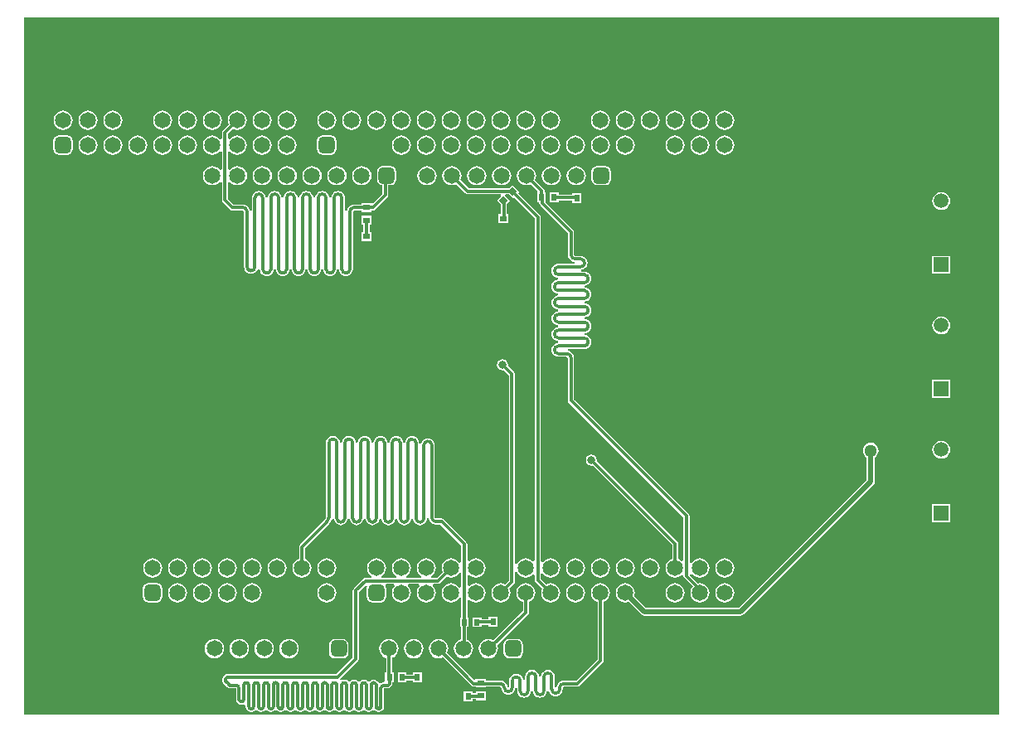
<source format=gbr>
G04*
G04 #@! TF.GenerationSoftware,Altium Limited,Altium Designer,23.10.1 (27)*
G04*
G04 Layer_Physical_Order=2*
G04 Layer_Color=16711680*
%FSLAX44Y44*%
%MOMM*%
G71*
G04*
G04 #@! TF.SameCoordinates,671930CB-C111-41D6-978D-B382350784AC*
G04*
G04*
G04 #@! TF.FilePolarity,Positive*
G04*
G01*
G75*
%ADD22C,0.3000*%
%ADD23R,0.7000X0.6000*%
G04:AMPARAMS|DCode=27|XSize=0.7mm|YSize=0.6mm|CornerRadius=0mm|HoleSize=0mm|Usage=FLASHONLY|Rotation=135.000|XOffset=0mm|YOffset=0mm|HoleType=Round|Shape=Rectangle|*
%AMROTATEDRECTD27*
4,1,4,0.4596,-0.0354,0.0354,-0.4596,-0.4596,0.0354,-0.0354,0.4596,0.4596,-0.0354,0.0*
%
%ADD27ROTATEDRECTD27*%

%ADD28R,0.6000X0.7000*%
%ADD33C,0.5080*%
G04:AMPARAMS|DCode=34|XSize=1.65mm|YSize=1.65mm|CornerRadius=0.4125mm|HoleSize=0mm|Usage=FLASHONLY|Rotation=180.000|XOffset=0mm|YOffset=0mm|HoleType=Round|Shape=RoundedRectangle|*
%AMROUNDEDRECTD34*
21,1,1.6500,0.8250,0,0,180.0*
21,1,0.8250,1.6500,0,0,180.0*
1,1,0.8250,-0.4125,0.4125*
1,1,0.8250,0.4125,0.4125*
1,1,0.8250,0.4125,-0.4125*
1,1,0.8250,-0.4125,-0.4125*
%
%ADD34ROUNDEDRECTD34*%
%ADD35C,1.6500*%
%ADD36R,1.5000X1.5000*%
%ADD37C,1.5000*%
%ADD38C,0.6350*%
%ADD39C,0.8040*%
%ADD40C,1.3000*%
G36*
X997801Y2197D02*
X2197D01*
Y714083D01*
X997801D01*
X997801Y2197D01*
D02*
G37*
%LPC*%
G36*
X717418Y619134D02*
X714867Y618798D01*
X712491Y617814D01*
X710450Y616248D01*
X708884Y614207D01*
X707899Y611830D01*
X707564Y609280D01*
X707899Y606729D01*
X708884Y604353D01*
X710450Y602312D01*
X712491Y600746D01*
X714867Y599761D01*
X717418Y599426D01*
X719968Y599761D01*
X722345Y600746D01*
X724386Y602312D01*
X725952Y604353D01*
X726936Y606729D01*
X727272Y609280D01*
X726936Y611830D01*
X725952Y614207D01*
X724386Y616248D01*
X722345Y617814D01*
X719968Y618798D01*
X717418Y619134D01*
D02*
G37*
G36*
X692018D02*
X689467Y618798D01*
X687091Y617814D01*
X685050Y616248D01*
X683484Y614207D01*
X682499Y611830D01*
X682164Y609280D01*
X682499Y606729D01*
X683484Y604353D01*
X685050Y602312D01*
X687091Y600746D01*
X689467Y599761D01*
X692018Y599426D01*
X694568Y599761D01*
X696945Y600746D01*
X698986Y602312D01*
X700552Y604353D01*
X701536Y606729D01*
X701872Y609280D01*
X701536Y611830D01*
X700552Y614207D01*
X698986Y616248D01*
X696945Y617814D01*
X694568Y618798D01*
X692018Y619134D01*
D02*
G37*
G36*
X666618D02*
X664067Y618798D01*
X661691Y617814D01*
X659650Y616248D01*
X658084Y614207D01*
X657099Y611830D01*
X656764Y609280D01*
X657099Y606729D01*
X658084Y604353D01*
X659650Y602312D01*
X661691Y600746D01*
X664067Y599761D01*
X666618Y599426D01*
X669168Y599761D01*
X671545Y600746D01*
X673586Y602312D01*
X675152Y604353D01*
X676136Y606729D01*
X676472Y609280D01*
X676136Y611830D01*
X675152Y614207D01*
X673586Y616248D01*
X671545Y617814D01*
X669168Y618798D01*
X666618Y619134D01*
D02*
G37*
G36*
X641218D02*
X638667Y618798D01*
X636291Y617814D01*
X634250Y616248D01*
X632684Y614207D01*
X631699Y611830D01*
X631364Y609280D01*
X631699Y606729D01*
X632684Y604353D01*
X634250Y602312D01*
X636291Y600746D01*
X638667Y599761D01*
X641218Y599426D01*
X643768Y599761D01*
X646145Y600746D01*
X648186Y602312D01*
X649752Y604353D01*
X650736Y606729D01*
X651072Y609280D01*
X650736Y611830D01*
X649752Y614207D01*
X648186Y616248D01*
X646145Y617814D01*
X643768Y618798D01*
X641218Y619134D01*
D02*
G37*
G36*
X615818D02*
X613267Y618798D01*
X610891Y617814D01*
X608850Y616248D01*
X607284Y614207D01*
X606299Y611830D01*
X605964Y609280D01*
X606299Y606729D01*
X607284Y604353D01*
X608850Y602312D01*
X610891Y600746D01*
X613267Y599761D01*
X615818Y599426D01*
X618368Y599761D01*
X620745Y600746D01*
X622786Y602312D01*
X624352Y604353D01*
X625336Y606729D01*
X625672Y609280D01*
X625336Y611830D01*
X624352Y614207D01*
X622786Y616248D01*
X620745Y617814D01*
X618368Y618798D01*
X615818Y619134D01*
D02*
G37*
G36*
X590418D02*
X587867Y618798D01*
X585491Y617814D01*
X583450Y616248D01*
X581884Y614207D01*
X580899Y611830D01*
X580564Y609280D01*
X580899Y606729D01*
X581884Y604353D01*
X583450Y602312D01*
X585491Y600746D01*
X587867Y599761D01*
X590418Y599426D01*
X592968Y599761D01*
X595345Y600746D01*
X597386Y602312D01*
X598952Y604353D01*
X599936Y606729D01*
X600272Y609280D01*
X599936Y611830D01*
X598952Y614207D01*
X597386Y616248D01*
X595345Y617814D01*
X592968Y618798D01*
X590418Y619134D01*
D02*
G37*
G36*
X539618D02*
X537067Y618798D01*
X534691Y617814D01*
X532650Y616248D01*
X531084Y614207D01*
X530099Y611830D01*
X529764Y609280D01*
X530099Y606729D01*
X531084Y604353D01*
X532650Y602312D01*
X534691Y600746D01*
X537067Y599761D01*
X539618Y599426D01*
X542168Y599761D01*
X544545Y600746D01*
X546586Y602312D01*
X548152Y604353D01*
X549136Y606729D01*
X549472Y609280D01*
X549136Y611830D01*
X548152Y614207D01*
X546586Y616248D01*
X544545Y617814D01*
X542168Y618798D01*
X539618Y619134D01*
D02*
G37*
G36*
X514218D02*
X511667Y618798D01*
X509291Y617814D01*
X507250Y616248D01*
X505684Y614207D01*
X504699Y611830D01*
X504364Y609280D01*
X504699Y606729D01*
X505684Y604353D01*
X507250Y602312D01*
X509291Y600746D01*
X511667Y599761D01*
X514218Y599426D01*
X516768Y599761D01*
X519145Y600746D01*
X521186Y602312D01*
X522752Y604353D01*
X523736Y606729D01*
X524072Y609280D01*
X523736Y611830D01*
X522752Y614207D01*
X521186Y616248D01*
X519145Y617814D01*
X516768Y618798D01*
X514218Y619134D01*
D02*
G37*
G36*
X488818D02*
X486267Y618798D01*
X483891Y617814D01*
X481850Y616248D01*
X480284Y614207D01*
X479299Y611830D01*
X478964Y609280D01*
X479299Y606729D01*
X480284Y604353D01*
X481850Y602312D01*
X483891Y600746D01*
X486267Y599761D01*
X488818Y599426D01*
X491368Y599761D01*
X493745Y600746D01*
X495786Y602312D01*
X497352Y604353D01*
X498336Y606729D01*
X498672Y609280D01*
X498336Y611830D01*
X497352Y614207D01*
X495786Y616248D01*
X493745Y617814D01*
X491368Y618798D01*
X488818Y619134D01*
D02*
G37*
G36*
X463418D02*
X460867Y618798D01*
X458491Y617814D01*
X456450Y616248D01*
X454884Y614207D01*
X453899Y611830D01*
X453564Y609280D01*
X453899Y606729D01*
X454884Y604353D01*
X456450Y602312D01*
X458491Y600746D01*
X460867Y599761D01*
X463418Y599426D01*
X465968Y599761D01*
X468345Y600746D01*
X470386Y602312D01*
X471952Y604353D01*
X472936Y606729D01*
X473272Y609280D01*
X472936Y611830D01*
X471952Y614207D01*
X470386Y616248D01*
X468345Y617814D01*
X465968Y618798D01*
X463418Y619134D01*
D02*
G37*
G36*
X438018D02*
X435467Y618798D01*
X433091Y617814D01*
X431050Y616248D01*
X429484Y614207D01*
X428499Y611830D01*
X428164Y609280D01*
X428499Y606729D01*
X429484Y604353D01*
X431050Y602312D01*
X433091Y600746D01*
X435467Y599761D01*
X438018Y599426D01*
X440568Y599761D01*
X442945Y600746D01*
X444986Y602312D01*
X446552Y604353D01*
X447536Y606729D01*
X447872Y609280D01*
X447536Y611830D01*
X446552Y614207D01*
X444986Y616248D01*
X442945Y617814D01*
X440568Y618798D01*
X438018Y619134D01*
D02*
G37*
G36*
X412618D02*
X410067Y618798D01*
X407691Y617814D01*
X405650Y616248D01*
X404084Y614207D01*
X403099Y611830D01*
X402764Y609280D01*
X403099Y606729D01*
X404084Y604353D01*
X405650Y602312D01*
X407691Y600746D01*
X410067Y599761D01*
X412618Y599426D01*
X415168Y599761D01*
X417545Y600746D01*
X419586Y602312D01*
X421152Y604353D01*
X422136Y606729D01*
X422472Y609280D01*
X422136Y611830D01*
X421152Y614207D01*
X419586Y616248D01*
X417545Y617814D01*
X415168Y618798D01*
X412618Y619134D01*
D02*
G37*
G36*
X387218D02*
X384667Y618798D01*
X382291Y617814D01*
X380250Y616248D01*
X378684Y614207D01*
X377699Y611830D01*
X377364Y609280D01*
X377699Y606729D01*
X378684Y604353D01*
X380250Y602312D01*
X382291Y600746D01*
X384667Y599761D01*
X387218Y599426D01*
X389768Y599761D01*
X392145Y600746D01*
X394186Y602312D01*
X395752Y604353D01*
X396736Y606729D01*
X397072Y609280D01*
X396736Y611830D01*
X395752Y614207D01*
X394186Y616248D01*
X392145Y617814D01*
X389768Y618798D01*
X387218Y619134D01*
D02*
G37*
G36*
X361818D02*
X359267Y618798D01*
X356891Y617814D01*
X354850Y616248D01*
X353284Y614207D01*
X352299Y611830D01*
X351964Y609280D01*
X352299Y606729D01*
X353284Y604353D01*
X354850Y602312D01*
X356891Y600746D01*
X359267Y599761D01*
X361818Y599426D01*
X364368Y599761D01*
X366745Y600746D01*
X368786Y602312D01*
X370352Y604353D01*
X371336Y606729D01*
X371672Y609280D01*
X371336Y611830D01*
X370352Y614207D01*
X368786Y616248D01*
X366745Y617814D01*
X364368Y618798D01*
X361818Y619134D01*
D02*
G37*
G36*
X336418D02*
X333867Y618798D01*
X331491Y617814D01*
X329450Y616248D01*
X327884Y614207D01*
X326899Y611830D01*
X326564Y609280D01*
X326899Y606729D01*
X327884Y604353D01*
X329450Y602312D01*
X331491Y600746D01*
X333867Y599761D01*
X336418Y599426D01*
X338968Y599761D01*
X341345Y600746D01*
X343386Y602312D01*
X344952Y604353D01*
X345936Y606729D01*
X346272Y609280D01*
X345936Y611830D01*
X344952Y614207D01*
X343386Y616248D01*
X341345Y617814D01*
X338968Y618798D01*
X336418Y619134D01*
D02*
G37*
G36*
X311018D02*
X308467Y618798D01*
X306091Y617814D01*
X304050Y616248D01*
X302484Y614207D01*
X301499Y611830D01*
X301164Y609280D01*
X301499Y606729D01*
X302484Y604353D01*
X304050Y602312D01*
X306091Y600746D01*
X308467Y599761D01*
X311018Y599426D01*
X313568Y599761D01*
X315945Y600746D01*
X317986Y602312D01*
X319552Y604353D01*
X320536Y606729D01*
X320872Y609280D01*
X320536Y611830D01*
X319552Y614207D01*
X317986Y616248D01*
X315945Y617814D01*
X313568Y618798D01*
X311018Y619134D01*
D02*
G37*
G36*
X270378Y619134D02*
X267827Y618798D01*
X265451Y617814D01*
X263410Y616248D01*
X261844Y614207D01*
X260859Y611830D01*
X260523Y609280D01*
X260859Y606729D01*
X261844Y604353D01*
X263410Y602312D01*
X265451Y600746D01*
X267827Y599761D01*
X270378Y599426D01*
X272928Y599761D01*
X275305Y600746D01*
X277346Y602312D01*
X278912Y604353D01*
X279896Y606729D01*
X280232Y609280D01*
X279896Y611830D01*
X278912Y614207D01*
X277346Y616248D01*
X275305Y617814D01*
X272928Y618798D01*
X270378Y619134D01*
D02*
G37*
G36*
X244978D02*
X242427Y618798D01*
X240051Y617814D01*
X238010Y616248D01*
X236444Y614207D01*
X235459Y611830D01*
X235124Y609280D01*
X235459Y606729D01*
X236444Y604353D01*
X238010Y602312D01*
X240051Y600746D01*
X242427Y599761D01*
X244978Y599426D01*
X247528Y599761D01*
X249905Y600746D01*
X251946Y602312D01*
X253512Y604353D01*
X254496Y606729D01*
X254832Y609280D01*
X254496Y611830D01*
X253512Y614207D01*
X251946Y616248D01*
X249905Y617814D01*
X247528Y618798D01*
X244978Y619134D01*
D02*
G37*
G36*
X219578D02*
X217027Y618798D01*
X214651Y617814D01*
X212610Y616248D01*
X211044Y614207D01*
X210059Y611830D01*
X209723Y609280D01*
X210059Y606729D01*
X210825Y604881D01*
X204833Y598889D01*
X204165Y597890D01*
X203931Y596712D01*
Y590504D01*
X201931Y589825D01*
X201146Y590848D01*
X199105Y592414D01*
X196728Y593398D01*
X194178Y593734D01*
X191627Y593398D01*
X189251Y592414D01*
X187210Y590848D01*
X185644Y588807D01*
X184659Y586430D01*
X184324Y583880D01*
X184659Y581329D01*
X185644Y578953D01*
X187210Y576912D01*
X189251Y575346D01*
X191627Y574361D01*
X194178Y574026D01*
X196728Y574361D01*
X199105Y575346D01*
X201146Y576912D01*
X201931Y577935D01*
X203931Y577256D01*
Y559480D01*
X201931Y558801D01*
X201268Y559665D01*
X199227Y561231D01*
X196850Y562215D01*
X194300Y562551D01*
X191749Y562215D01*
X189373Y561231D01*
X187332Y559665D01*
X185766Y557624D01*
X184781Y555247D01*
X184446Y552697D01*
X184781Y550146D01*
X185766Y547770D01*
X187332Y545729D01*
X189373Y544163D01*
X191749Y543178D01*
X194300Y542843D01*
X196850Y543178D01*
X199227Y544163D01*
X201268Y545729D01*
X201931Y546593D01*
X203931Y545914D01*
Y527812D01*
X204165Y526634D01*
X204833Y525635D01*
X207013Y523454D01*
X207013Y523454D01*
X212453Y518015D01*
X213452Y517347D01*
X214630Y517113D01*
X224875D01*
X225862Y516515D01*
X226460Y515528D01*
Y459428D01*
X226458D01*
X226701Y457585D01*
X226721Y457536D01*
X227412Y455868D01*
X228544Y454393D01*
X230019Y453261D01*
X231736Y452550D01*
X233579Y452307D01*
X235422Y452550D01*
X237140Y453261D01*
X238615Y454393D01*
X239746Y455868D01*
X240310Y457228D01*
X241370Y457508D01*
X242453Y457417D01*
X242618Y457088D01*
X242861Y455245D01*
X242881Y455196D01*
X243572Y453528D01*
X244704Y452053D01*
X246179Y450921D01*
X247896Y450210D01*
X249739Y449967D01*
X251582Y450210D01*
X253300Y450921D01*
X254774Y452053D01*
X255906Y453528D01*
X256597Y455196D01*
X256618Y455245D01*
X256811Y456712D01*
X258828D01*
X259021Y455245D01*
X259041Y455196D01*
X259732Y453528D01*
X260864Y452053D01*
X262339Y450921D01*
X264056Y450210D01*
X265899Y449967D01*
X267742Y450210D01*
X269460Y450921D01*
X270935Y452053D01*
X272066Y453528D01*
X272757Y455196D01*
X272778Y455245D01*
X272971Y456712D01*
X274988D01*
X275181Y455245D01*
X275201Y455196D01*
X275892Y453528D01*
X277024Y452053D01*
X278499Y450921D01*
X280216Y450210D01*
X282059Y449967D01*
X283902Y450210D01*
X285620Y450921D01*
X287094Y452053D01*
X288226Y453528D01*
X288917Y455196D01*
X288937Y455245D01*
X289131Y456712D01*
X291148D01*
X291341Y455245D01*
X291361Y455196D01*
X292052Y453528D01*
X293184Y452053D01*
X294659Y450921D01*
X296376Y450210D01*
X298219Y449967D01*
X300062Y450210D01*
X301780Y450921D01*
X303255Y452053D01*
X304386Y453528D01*
X305077Y455196D01*
X305098Y455245D01*
X305291Y456712D01*
X307308D01*
X307501Y455245D01*
X307521Y455196D01*
X308212Y453528D01*
X309344Y452053D01*
X310819Y450921D01*
X312536Y450210D01*
X314379Y449967D01*
X316222Y450210D01*
X317940Y450921D01*
X319414Y452053D01*
X320546Y453528D01*
X321237Y455196D01*
X321258Y455245D01*
X321451Y456712D01*
X323468D01*
X323661Y455245D01*
X323681Y455196D01*
X324372Y453528D01*
X325504Y452053D01*
X326979Y450921D01*
X328696Y450210D01*
X330539Y449967D01*
X332382Y450210D01*
X334100Y450921D01*
X335574Y452053D01*
X336706Y453528D01*
X337397Y455196D01*
X337417Y455245D01*
X337660Y457088D01*
X337658D01*
Y515528D01*
X338256Y516515D01*
X339243Y517113D01*
X346516D01*
Y515672D01*
X356556D01*
Y517113D01*
X358140D01*
X359318Y517347D01*
X360317Y518015D01*
X372777Y530475D01*
X373445Y531474D01*
X373679Y532652D01*
Y542816D01*
X376225D01*
X378428Y543255D01*
X380295Y544502D01*
X381543Y546369D01*
X381981Y548572D01*
Y556822D01*
X381543Y559025D01*
X380295Y560892D01*
X378428Y562140D01*
X376225Y562578D01*
X367975D01*
X365772Y562140D01*
X363905Y560892D01*
X362658Y559025D01*
X362219Y556822D01*
Y548572D01*
X362658Y546369D01*
X363905Y544502D01*
X365772Y543255D01*
X367521Y542907D01*
Y533927D01*
X358483Y524889D01*
X356556Y524712D01*
Y524712D01*
X346516D01*
Y523271D01*
X338619D01*
Y523273D01*
X336776Y523030D01*
X336727Y523010D01*
X335059Y522319D01*
X333584Y521187D01*
X332452Y519712D01*
X331761Y518044D01*
X331741Y517995D01*
X331578Y516760D01*
X329578Y516891D01*
Y529868D01*
X329580D01*
X329338Y531711D01*
X329317Y531760D01*
X328626Y533428D01*
X327494Y534903D01*
X326020Y536035D01*
X324302Y536746D01*
X322459Y536989D01*
X320616Y536746D01*
X318899Y536035D01*
X317424Y534903D01*
X316292Y533428D01*
X315601Y531760D01*
X315581Y531711D01*
X315388Y530244D01*
X313371D01*
X313178Y531711D01*
X313157Y531760D01*
X312466Y533428D01*
X311334Y534903D01*
X309860Y536035D01*
X308142Y536746D01*
X306299Y536989D01*
X304456Y536746D01*
X302739Y536035D01*
X301264Y534903D01*
X300132Y533428D01*
X299441Y531760D01*
X299421Y531711D01*
X299228Y530244D01*
X297211D01*
X297017Y531711D01*
X296997Y531760D01*
X296306Y533428D01*
X295175Y534903D01*
X293700Y536035D01*
X291982Y536746D01*
X290139Y536989D01*
X288296Y536746D01*
X286579Y536035D01*
X285104Y534903D01*
X283972Y533428D01*
X283281Y531760D01*
X283261Y531711D01*
X283068Y530244D01*
X281051D01*
X280858Y531711D01*
X280837Y531760D01*
X280146Y533428D01*
X279014Y534903D01*
X277540Y536035D01*
X275822Y536746D01*
X273979Y536989D01*
X272136Y536746D01*
X270419Y536035D01*
X268944Y534903D01*
X267812Y533428D01*
X267121Y531760D01*
X267101Y531711D01*
X266908Y530244D01*
X264891D01*
X264697Y531711D01*
X264677Y531760D01*
X263986Y533428D01*
X262854Y534903D01*
X261380Y536035D01*
X259662Y536746D01*
X257819Y536989D01*
X255976Y536746D01*
X254259Y536035D01*
X252784Y534903D01*
X251652Y533428D01*
X250961Y531760D01*
X250941Y531711D01*
X250748Y530244D01*
X248731D01*
X248538Y531711D01*
X248517Y531760D01*
X247826Y533428D01*
X246695Y534903D01*
X245220Y536035D01*
X243502Y536746D01*
X241659Y536989D01*
X239816Y536746D01*
X238099Y536035D01*
X236624Y534903D01*
X235492Y533428D01*
X234801Y531760D01*
X234781Y531711D01*
X234538Y529868D01*
X234540D01*
Y516891D01*
X232540Y516760D01*
X232378Y517995D01*
X232357Y518044D01*
X231666Y519712D01*
X230534Y521187D01*
X229060Y522319D01*
X227391Y523010D01*
X227342Y523030D01*
X225499Y523273D01*
Y523271D01*
X215905D01*
X211368Y527809D01*
X211368Y527809D01*
X210089Y529087D01*
Y545888D01*
X212089Y546567D01*
X212732Y545729D01*
X214773Y544163D01*
X217150Y543178D01*
X219700Y542843D01*
X222250Y543178D01*
X224627Y544163D01*
X226668Y545729D01*
X228234Y547770D01*
X229219Y550146D01*
X229554Y552697D01*
X229219Y555247D01*
X228234Y557624D01*
X226668Y559665D01*
X224627Y561231D01*
X222250Y562215D01*
X219700Y562551D01*
X217150Y562215D01*
X214773Y561231D01*
X212732Y559665D01*
X212089Y558827D01*
X210089Y559506D01*
Y576911D01*
X212089Y577590D01*
X212610Y576912D01*
X214651Y575346D01*
X217027Y574361D01*
X219578Y574026D01*
X222128Y574361D01*
X224505Y575346D01*
X226546Y576912D01*
X228112Y578953D01*
X229096Y581329D01*
X229432Y583880D01*
X229096Y586430D01*
X228112Y588807D01*
X226546Y590848D01*
X224505Y592414D01*
X222128Y593398D01*
X219578Y593734D01*
X217027Y593398D01*
X214651Y592414D01*
X212610Y590848D01*
X212089Y590169D01*
X210089Y590848D01*
Y595437D01*
X215179Y600527D01*
X217027Y599761D01*
X219578Y599426D01*
X222128Y599761D01*
X224505Y600746D01*
X226546Y602312D01*
X228112Y604353D01*
X229096Y606729D01*
X229432Y609280D01*
X229096Y611830D01*
X228112Y614207D01*
X226546Y616248D01*
X224505Y617814D01*
X222128Y618798D01*
X219578Y619134D01*
D02*
G37*
G36*
X194178D02*
X191627Y618798D01*
X189251Y617814D01*
X187210Y616248D01*
X185644Y614207D01*
X184659Y611830D01*
X184324Y609280D01*
X184659Y606729D01*
X185644Y604353D01*
X187210Y602312D01*
X189251Y600746D01*
X191627Y599761D01*
X194178Y599426D01*
X196728Y599761D01*
X199105Y600746D01*
X201146Y602312D01*
X202712Y604353D01*
X203696Y606729D01*
X204032Y609280D01*
X203696Y611830D01*
X202712Y614207D01*
X201146Y616248D01*
X199105Y617814D01*
X196728Y618798D01*
X194178Y619134D01*
D02*
G37*
G36*
X168778D02*
X166227Y618798D01*
X163851Y617814D01*
X161810Y616248D01*
X160244Y614207D01*
X159259Y611830D01*
X158924Y609280D01*
X159259Y606729D01*
X160244Y604353D01*
X161810Y602312D01*
X163851Y600746D01*
X166227Y599761D01*
X168778Y599426D01*
X171328Y599761D01*
X173705Y600746D01*
X175746Y602312D01*
X177312Y604353D01*
X178296Y606729D01*
X178632Y609280D01*
X178296Y611830D01*
X177312Y614207D01*
X175746Y616248D01*
X173705Y617814D01*
X171328Y618798D01*
X168778Y619134D01*
D02*
G37*
G36*
X143378D02*
X140827Y618798D01*
X138451Y617814D01*
X136410Y616248D01*
X134844Y614207D01*
X133859Y611830D01*
X133524Y609280D01*
X133859Y606729D01*
X134844Y604353D01*
X136410Y602312D01*
X138451Y600746D01*
X140827Y599761D01*
X143378Y599426D01*
X145928Y599761D01*
X148305Y600746D01*
X150346Y602312D01*
X151912Y604353D01*
X152896Y606729D01*
X153232Y609280D01*
X152896Y611830D01*
X151912Y614207D01*
X150346Y616248D01*
X148305Y617814D01*
X145928Y618798D01*
X143378Y619134D01*
D02*
G37*
G36*
X92578D02*
X90027Y618798D01*
X87651Y617814D01*
X85610Y616248D01*
X84044Y614207D01*
X83059Y611830D01*
X82724Y609280D01*
X83059Y606729D01*
X84044Y604353D01*
X85610Y602312D01*
X87651Y600746D01*
X90027Y599761D01*
X92578Y599426D01*
X95128Y599761D01*
X97505Y600746D01*
X99546Y602312D01*
X101112Y604353D01*
X102096Y606729D01*
X102432Y609280D01*
X102096Y611830D01*
X101112Y614207D01*
X99546Y616248D01*
X97505Y617814D01*
X95128Y618798D01*
X92578Y619134D01*
D02*
G37*
G36*
X67178D02*
X64627Y618798D01*
X62251Y617814D01*
X60210Y616248D01*
X58644Y614207D01*
X57659Y611830D01*
X57323Y609280D01*
X57659Y606729D01*
X58644Y604353D01*
X60210Y602312D01*
X62251Y600746D01*
X64627Y599761D01*
X67178Y599426D01*
X69728Y599761D01*
X72105Y600746D01*
X74146Y602312D01*
X75712Y604353D01*
X76696Y606729D01*
X77032Y609280D01*
X76696Y611830D01*
X75712Y614207D01*
X74146Y616248D01*
X72105Y617814D01*
X69728Y618798D01*
X67178Y619134D01*
D02*
G37*
G36*
X41778D02*
X39227Y618798D01*
X36851Y617814D01*
X34810Y616248D01*
X33244Y614207D01*
X32259Y611830D01*
X31923Y609280D01*
X32259Y606729D01*
X33244Y604353D01*
X34810Y602312D01*
X36851Y600746D01*
X39227Y599761D01*
X41778Y599426D01*
X44328Y599761D01*
X46705Y600746D01*
X48746Y602312D01*
X50312Y604353D01*
X51296Y606729D01*
X51632Y609280D01*
X51296Y611830D01*
X50312Y614207D01*
X48746Y616248D01*
X46705Y617814D01*
X44328Y618798D01*
X41778Y619134D01*
D02*
G37*
G36*
X717418Y593734D02*
X714867Y593399D01*
X712491Y592414D01*
X710450Y590848D01*
X708884Y588807D01*
X707899Y586430D01*
X707564Y583880D01*
X707899Y581329D01*
X708884Y578953D01*
X710450Y576912D01*
X712491Y575346D01*
X714867Y574361D01*
X717418Y574026D01*
X719968Y574361D01*
X722345Y575346D01*
X724386Y576912D01*
X725952Y578953D01*
X726936Y581329D01*
X727272Y583880D01*
X726936Y586430D01*
X725952Y588807D01*
X724386Y590848D01*
X722345Y592414D01*
X719968Y593399D01*
X717418Y593734D01*
D02*
G37*
G36*
X692018D02*
X689467Y593399D01*
X687091Y592414D01*
X685050Y590848D01*
X683484Y588807D01*
X682499Y586430D01*
X682164Y583880D01*
X682499Y581329D01*
X683484Y578953D01*
X685050Y576912D01*
X687091Y575346D01*
X689467Y574361D01*
X692018Y574026D01*
X694568Y574361D01*
X696945Y575346D01*
X698986Y576912D01*
X700552Y578953D01*
X701536Y581329D01*
X701872Y583880D01*
X701536Y586430D01*
X700552Y588807D01*
X698986Y590848D01*
X696945Y592414D01*
X694568Y593399D01*
X692018Y593734D01*
D02*
G37*
G36*
X666618D02*
X664067Y593399D01*
X661691Y592414D01*
X659650Y590848D01*
X658084Y588807D01*
X657099Y586430D01*
X656764Y583880D01*
X657099Y581329D01*
X658084Y578953D01*
X659650Y576912D01*
X661691Y575346D01*
X664067Y574361D01*
X666618Y574026D01*
X669168Y574361D01*
X671545Y575346D01*
X673586Y576912D01*
X675152Y578953D01*
X676136Y581329D01*
X676472Y583880D01*
X676136Y586430D01*
X675152Y588807D01*
X673586Y590848D01*
X671545Y592414D01*
X669168Y593399D01*
X666618Y593734D01*
D02*
G37*
G36*
X615818D02*
X613267Y593399D01*
X610891Y592414D01*
X608850Y590848D01*
X607284Y588807D01*
X606299Y586430D01*
X605964Y583880D01*
X606299Y581329D01*
X607284Y578953D01*
X608850Y576912D01*
X610891Y575346D01*
X613267Y574361D01*
X615818Y574026D01*
X618368Y574361D01*
X620745Y575346D01*
X622786Y576912D01*
X624352Y578953D01*
X625336Y581329D01*
X625672Y583880D01*
X625336Y586430D01*
X624352Y588807D01*
X622786Y590848D01*
X620745Y592414D01*
X618368Y593399D01*
X615818Y593734D01*
D02*
G37*
G36*
X590418D02*
X587867Y593399D01*
X585491Y592414D01*
X583450Y590848D01*
X581884Y588807D01*
X580899Y586430D01*
X580564Y583880D01*
X580899Y581329D01*
X581884Y578953D01*
X583450Y576912D01*
X585491Y575346D01*
X587867Y574361D01*
X590418Y574026D01*
X592968Y574361D01*
X595345Y575346D01*
X597386Y576912D01*
X598952Y578953D01*
X599936Y581329D01*
X600272Y583880D01*
X599936Y586430D01*
X598952Y588807D01*
X597386Y590848D01*
X595345Y592414D01*
X592968Y593399D01*
X590418Y593734D01*
D02*
G37*
G36*
X565018D02*
X562467Y593399D01*
X560091Y592414D01*
X558050Y590848D01*
X556484Y588807D01*
X555499Y586430D01*
X555164Y583880D01*
X555499Y581329D01*
X556484Y578953D01*
X558050Y576912D01*
X560091Y575346D01*
X562467Y574361D01*
X565018Y574026D01*
X567568Y574361D01*
X569945Y575346D01*
X571986Y576912D01*
X573552Y578953D01*
X574536Y581329D01*
X574872Y583880D01*
X574536Y586430D01*
X573552Y588807D01*
X571986Y590848D01*
X569945Y592414D01*
X567568Y593399D01*
X565018Y593734D01*
D02*
G37*
G36*
X539618D02*
X537067Y593399D01*
X534691Y592414D01*
X532650Y590848D01*
X531084Y588807D01*
X530099Y586430D01*
X529764Y583880D01*
X530099Y581329D01*
X531084Y578953D01*
X532650Y576912D01*
X534691Y575346D01*
X537067Y574361D01*
X539618Y574026D01*
X542168Y574361D01*
X544545Y575346D01*
X546586Y576912D01*
X548152Y578953D01*
X549136Y581329D01*
X549472Y583880D01*
X549136Y586430D01*
X548152Y588807D01*
X546586Y590848D01*
X544545Y592414D01*
X542168Y593399D01*
X539618Y593734D01*
D02*
G37*
G36*
X514218D02*
X511667Y593399D01*
X509291Y592414D01*
X507250Y590848D01*
X505684Y588807D01*
X504699Y586430D01*
X504364Y583880D01*
X504699Y581329D01*
X505684Y578953D01*
X507250Y576912D01*
X509291Y575346D01*
X511667Y574361D01*
X514218Y574026D01*
X516768Y574361D01*
X519145Y575346D01*
X521186Y576912D01*
X522752Y578953D01*
X523736Y581329D01*
X524072Y583880D01*
X523736Y586430D01*
X522752Y588807D01*
X521186Y590848D01*
X519145Y592414D01*
X516768Y593399D01*
X514218Y593734D01*
D02*
G37*
G36*
X488818D02*
X486267Y593399D01*
X483891Y592414D01*
X481850Y590848D01*
X480284Y588807D01*
X479299Y586430D01*
X478964Y583880D01*
X479299Y581329D01*
X480284Y578953D01*
X481850Y576912D01*
X483891Y575346D01*
X486267Y574361D01*
X488818Y574026D01*
X491368Y574361D01*
X493745Y575346D01*
X495786Y576912D01*
X497352Y578953D01*
X498336Y581329D01*
X498672Y583880D01*
X498336Y586430D01*
X497352Y588807D01*
X495786Y590848D01*
X493745Y592414D01*
X491368Y593399D01*
X488818Y593734D01*
D02*
G37*
G36*
X463418D02*
X460867Y593399D01*
X458491Y592414D01*
X456450Y590848D01*
X454884Y588807D01*
X453899Y586430D01*
X453564Y583880D01*
X453899Y581329D01*
X454884Y578953D01*
X456450Y576912D01*
X458491Y575346D01*
X460867Y574361D01*
X463418Y574026D01*
X465968Y574361D01*
X468345Y575346D01*
X470386Y576912D01*
X471952Y578953D01*
X472936Y581329D01*
X473272Y583880D01*
X472936Y586430D01*
X471952Y588807D01*
X470386Y590848D01*
X468345Y592414D01*
X465968Y593399D01*
X463418Y593734D01*
D02*
G37*
G36*
X438018D02*
X435467Y593399D01*
X433091Y592414D01*
X431050Y590848D01*
X429484Y588807D01*
X428499Y586430D01*
X428164Y583880D01*
X428499Y581329D01*
X429484Y578953D01*
X431050Y576912D01*
X433091Y575346D01*
X435467Y574361D01*
X438018Y574026D01*
X440568Y574361D01*
X442945Y575346D01*
X444986Y576912D01*
X446552Y578953D01*
X447536Y581329D01*
X447872Y583880D01*
X447536Y586430D01*
X446552Y588807D01*
X444986Y590848D01*
X442945Y592414D01*
X440568Y593399D01*
X438018Y593734D01*
D02*
G37*
G36*
X412618D02*
X410067Y593399D01*
X407691Y592414D01*
X405650Y590848D01*
X404084Y588807D01*
X403099Y586430D01*
X402764Y583880D01*
X403099Y581329D01*
X404084Y578953D01*
X405650Y576912D01*
X407691Y575346D01*
X410067Y574361D01*
X412618Y574026D01*
X415168Y574361D01*
X417545Y575346D01*
X419586Y576912D01*
X421152Y578953D01*
X422136Y581329D01*
X422472Y583880D01*
X422136Y586430D01*
X421152Y588807D01*
X419586Y590848D01*
X417545Y592414D01*
X415168Y593399D01*
X412618Y593734D01*
D02*
G37*
G36*
X387218D02*
X384667Y593399D01*
X382291Y592414D01*
X380250Y590848D01*
X378684Y588807D01*
X377699Y586430D01*
X377364Y583880D01*
X377699Y581329D01*
X378684Y578953D01*
X380250Y576912D01*
X382291Y575346D01*
X384667Y574361D01*
X387218Y574026D01*
X389768Y574361D01*
X392145Y575346D01*
X394186Y576912D01*
X395752Y578953D01*
X396736Y581329D01*
X397072Y583880D01*
X396736Y586430D01*
X395752Y588807D01*
X394186Y590848D01*
X392145Y592414D01*
X389768Y593399D01*
X387218Y593734D01*
D02*
G37*
G36*
X270378Y593734D02*
X267827Y593398D01*
X265451Y592414D01*
X263410Y590848D01*
X261844Y588807D01*
X260859Y586430D01*
X260523Y583880D01*
X260859Y581329D01*
X261844Y578953D01*
X263410Y576912D01*
X265451Y575346D01*
X267827Y574361D01*
X270378Y574026D01*
X272928Y574361D01*
X275305Y575346D01*
X277346Y576912D01*
X278912Y578953D01*
X279896Y581329D01*
X280232Y583880D01*
X279896Y586430D01*
X278912Y588807D01*
X277346Y590848D01*
X275305Y592414D01*
X272928Y593398D01*
X270378Y593734D01*
D02*
G37*
G36*
X244978D02*
X242427Y593398D01*
X240051Y592414D01*
X238010Y590848D01*
X236444Y588807D01*
X235459Y586430D01*
X235124Y583880D01*
X235459Y581329D01*
X236444Y578953D01*
X238010Y576912D01*
X240051Y575346D01*
X242427Y574361D01*
X244978Y574026D01*
X247528Y574361D01*
X249905Y575346D01*
X251946Y576912D01*
X253512Y578953D01*
X254496Y581329D01*
X254832Y583880D01*
X254496Y586430D01*
X253512Y588807D01*
X251946Y590848D01*
X249905Y592414D01*
X247528Y593398D01*
X244978Y593734D01*
D02*
G37*
G36*
X168778D02*
X166227Y593398D01*
X163851Y592414D01*
X161810Y590848D01*
X160244Y588807D01*
X159259Y586430D01*
X158924Y583880D01*
X159259Y581329D01*
X160244Y578953D01*
X161810Y576912D01*
X163851Y575346D01*
X166227Y574361D01*
X168778Y574026D01*
X171328Y574361D01*
X173705Y575346D01*
X175746Y576912D01*
X177312Y578953D01*
X178296Y581329D01*
X178632Y583880D01*
X178296Y586430D01*
X177312Y588807D01*
X175746Y590848D01*
X173705Y592414D01*
X171328Y593398D01*
X168778Y593734D01*
D02*
G37*
G36*
X143378D02*
X140827Y593398D01*
X138451Y592414D01*
X136410Y590848D01*
X134844Y588807D01*
X133859Y586430D01*
X133524Y583880D01*
X133859Y581329D01*
X134844Y578953D01*
X136410Y576912D01*
X138451Y575346D01*
X140827Y574361D01*
X143378Y574026D01*
X145928Y574361D01*
X148305Y575346D01*
X150346Y576912D01*
X151912Y578953D01*
X152896Y581329D01*
X153232Y583880D01*
X152896Y586430D01*
X151912Y588807D01*
X150346Y590848D01*
X148305Y592414D01*
X145928Y593398D01*
X143378Y593734D01*
D02*
G37*
G36*
X117978D02*
X115427Y593398D01*
X113051Y592414D01*
X111010Y590848D01*
X109444Y588807D01*
X108459Y586430D01*
X108124Y583880D01*
X108459Y581329D01*
X109444Y578953D01*
X111010Y576912D01*
X113051Y575346D01*
X115427Y574361D01*
X117978Y574026D01*
X120528Y574361D01*
X122905Y575346D01*
X124946Y576912D01*
X126512Y578953D01*
X127496Y581329D01*
X127832Y583880D01*
X127496Y586430D01*
X126512Y588807D01*
X124946Y590848D01*
X122905Y592414D01*
X120528Y593398D01*
X117978Y593734D01*
D02*
G37*
G36*
X92578D02*
X90027Y593398D01*
X87651Y592414D01*
X85610Y590848D01*
X84044Y588807D01*
X83059Y586430D01*
X82724Y583880D01*
X83059Y581329D01*
X84044Y578953D01*
X85610Y576912D01*
X87651Y575346D01*
X90027Y574361D01*
X92578Y574026D01*
X95128Y574361D01*
X97505Y575346D01*
X99546Y576912D01*
X101112Y578953D01*
X102096Y581329D01*
X102432Y583880D01*
X102096Y586430D01*
X101112Y588807D01*
X99546Y590848D01*
X97505Y592414D01*
X95128Y593398D01*
X92578Y593734D01*
D02*
G37*
G36*
X67178D02*
X64627Y593398D01*
X62251Y592414D01*
X60210Y590848D01*
X58644Y588807D01*
X57659Y586430D01*
X57323Y583880D01*
X57659Y581329D01*
X58644Y578953D01*
X60210Y576912D01*
X62251Y575346D01*
X64627Y574361D01*
X67178Y574026D01*
X69728Y574361D01*
X72105Y575346D01*
X74146Y576912D01*
X75712Y578953D01*
X76696Y581329D01*
X77032Y583880D01*
X76696Y586430D01*
X75712Y588807D01*
X74146Y590848D01*
X72105Y592414D01*
X69728Y593398D01*
X67178Y593734D01*
D02*
G37*
G36*
X315143Y593760D02*
X306893D01*
X304690Y593322D01*
X302823Y592075D01*
X301575Y590207D01*
X301137Y588005D01*
Y579755D01*
X301575Y577552D01*
X302823Y575685D01*
X304690Y574437D01*
X306893Y573999D01*
X315143D01*
X317346Y574437D01*
X319213Y575685D01*
X320460Y577552D01*
X320899Y579755D01*
Y588005D01*
X320460Y590207D01*
X319213Y592075D01*
X317346Y593322D01*
X315143Y593760D01*
D02*
G37*
G36*
X45903Y593760D02*
X37653D01*
X35450Y593322D01*
X33583Y592075D01*
X32335Y590207D01*
X31897Y588005D01*
Y579755D01*
X32335Y577552D01*
X33583Y575685D01*
X35450Y574437D01*
X37653Y573999D01*
X45903D01*
X48105Y574437D01*
X49973Y575685D01*
X51220Y577552D01*
X51658Y579755D01*
Y588005D01*
X51220Y590207D01*
X49973Y592075D01*
X48105Y593322D01*
X45903Y593760D01*
D02*
G37*
G36*
X565800Y562551D02*
X563250Y562215D01*
X560873Y561231D01*
X558832Y559665D01*
X557266Y557624D01*
X556282Y555247D01*
X555946Y552697D01*
X556282Y550146D01*
X557266Y547770D01*
X558832Y545729D01*
X560873Y544163D01*
X563250Y543178D01*
X565800Y542843D01*
X568350Y543178D01*
X570727Y544163D01*
X572768Y545729D01*
X574334Y547770D01*
X575318Y550146D01*
X575654Y552697D01*
X575318Y555247D01*
X574334Y557624D01*
X572768Y559665D01*
X570727Y561231D01*
X568350Y562215D01*
X565800Y562551D01*
D02*
G37*
G36*
X540400D02*
X537850Y562215D01*
X535473Y561231D01*
X533432Y559665D01*
X531866Y557624D01*
X530882Y555247D01*
X530546Y552697D01*
X530882Y550146D01*
X531866Y547770D01*
X533432Y545729D01*
X535473Y544163D01*
X537850Y543178D01*
X540400Y542843D01*
X542951Y543178D01*
X545327Y544163D01*
X547368Y545729D01*
X548934Y547770D01*
X549919Y550146D01*
X550254Y552697D01*
X549919Y555247D01*
X548934Y557624D01*
X547368Y559665D01*
X545327Y561231D01*
X542951Y562215D01*
X540400Y562551D01*
D02*
G37*
G36*
X489600D02*
X487049Y562215D01*
X484673Y561231D01*
X482632Y559665D01*
X481066Y557624D01*
X480081Y555247D01*
X479746Y552697D01*
X480081Y550146D01*
X481066Y547770D01*
X482632Y545729D01*
X484673Y544163D01*
X487049Y543178D01*
X489600Y542843D01*
X492150Y543178D01*
X494527Y544163D01*
X496568Y545729D01*
X498134Y547770D01*
X499118Y550146D01*
X499454Y552697D01*
X499118Y555247D01*
X498134Y557624D01*
X496568Y559665D01*
X494527Y561231D01*
X492150Y562215D01*
X489600Y562551D01*
D02*
G37*
G36*
X464200D02*
X461650Y562215D01*
X459273Y561231D01*
X457232Y559665D01*
X455666Y557624D01*
X454682Y555247D01*
X454346Y552697D01*
X454682Y550146D01*
X455666Y547770D01*
X457232Y545729D01*
X459273Y544163D01*
X461650Y543178D01*
X464200Y542843D01*
X466750Y543178D01*
X469127Y544163D01*
X471168Y545729D01*
X472734Y547770D01*
X473718Y550146D01*
X474054Y552697D01*
X473718Y555247D01*
X472734Y557624D01*
X471168Y559665D01*
X469127Y561231D01*
X466750Y562215D01*
X464200Y562551D01*
D02*
G37*
G36*
X413400D02*
X410849Y562215D01*
X408473Y561231D01*
X406432Y559665D01*
X404866Y557624D01*
X403881Y555247D01*
X403546Y552697D01*
X403881Y550146D01*
X404866Y547770D01*
X406432Y545729D01*
X408473Y544163D01*
X410849Y543178D01*
X413400Y542843D01*
X415951Y543178D01*
X418327Y544163D01*
X420368Y545729D01*
X421934Y547770D01*
X422919Y550146D01*
X423254Y552697D01*
X422919Y555247D01*
X421934Y557624D01*
X420368Y559665D01*
X418327Y561231D01*
X415951Y562215D01*
X413400Y562551D01*
D02*
G37*
G36*
X346700D02*
X344150Y562215D01*
X341773Y561231D01*
X339732Y559665D01*
X338166Y557624D01*
X337182Y555247D01*
X336846Y552697D01*
X337182Y550146D01*
X338166Y547770D01*
X339732Y545729D01*
X341773Y544163D01*
X344150Y543178D01*
X346700Y542843D01*
X349250Y543178D01*
X351627Y544163D01*
X353668Y545729D01*
X355234Y547770D01*
X356218Y550146D01*
X356554Y552697D01*
X356218Y555247D01*
X355234Y557624D01*
X353668Y559665D01*
X351627Y561231D01*
X349250Y562215D01*
X346700Y562551D01*
D02*
G37*
G36*
X321300D02*
X318750Y562215D01*
X316373Y561231D01*
X314332Y559665D01*
X312766Y557624D01*
X311782Y555247D01*
X311446Y552697D01*
X311782Y550146D01*
X312766Y547770D01*
X314332Y545729D01*
X316373Y544163D01*
X318750Y543178D01*
X321300Y542843D01*
X323851Y543178D01*
X326227Y544163D01*
X328268Y545729D01*
X329834Y547770D01*
X330818Y550146D01*
X331154Y552697D01*
X330818Y555247D01*
X329834Y557624D01*
X328268Y559665D01*
X326227Y561231D01*
X323851Y562215D01*
X321300Y562551D01*
D02*
G37*
G36*
X295900D02*
X293349Y562215D01*
X290973Y561231D01*
X288932Y559665D01*
X287366Y557624D01*
X286381Y555247D01*
X286046Y552697D01*
X286381Y550146D01*
X287366Y547770D01*
X288932Y545729D01*
X290973Y544163D01*
X293349Y543178D01*
X295900Y542843D01*
X298451Y543178D01*
X300827Y544163D01*
X302868Y545729D01*
X304434Y547770D01*
X305418Y550146D01*
X305754Y552697D01*
X305418Y555247D01*
X304434Y557624D01*
X302868Y559665D01*
X300827Y561231D01*
X298451Y562215D01*
X295900Y562551D01*
D02*
G37*
G36*
X270500D02*
X267950Y562215D01*
X265573Y561231D01*
X263532Y559665D01*
X261966Y557624D01*
X260982Y555247D01*
X260646Y552697D01*
X260982Y550146D01*
X261966Y547770D01*
X263532Y545729D01*
X265573Y544163D01*
X267950Y543178D01*
X270500Y542843D01*
X273050Y543178D01*
X275427Y544163D01*
X277468Y545729D01*
X279034Y547770D01*
X280019Y550146D01*
X280354Y552697D01*
X280019Y555247D01*
X279034Y557624D01*
X277468Y559665D01*
X275427Y561231D01*
X273050Y562215D01*
X270500Y562551D01*
D02*
G37*
G36*
X245100D02*
X242549Y562215D01*
X240173Y561231D01*
X238132Y559665D01*
X236566Y557624D01*
X235581Y555247D01*
X235246Y552697D01*
X235581Y550146D01*
X236566Y547770D01*
X238132Y545729D01*
X240173Y544163D01*
X242549Y543178D01*
X245100Y542843D01*
X247651Y543178D01*
X250027Y544163D01*
X252068Y545729D01*
X253634Y547770D01*
X254618Y550146D01*
X254954Y552697D01*
X254618Y555247D01*
X253634Y557624D01*
X252068Y559665D01*
X250027Y561231D01*
X247651Y562215D01*
X245100Y562551D01*
D02*
G37*
G36*
X595325Y562578D02*
X587075D01*
X584872Y562140D01*
X583005Y560892D01*
X581758Y559025D01*
X581319Y556822D01*
Y548572D01*
X581758Y546369D01*
X583005Y544502D01*
X584872Y543255D01*
X587075Y542816D01*
X595325D01*
X597528Y543255D01*
X599395Y544502D01*
X600643Y546369D01*
X601081Y548572D01*
Y556822D01*
X600643Y559025D01*
X599395Y560892D01*
X597528Y562140D01*
X595325Y562578D01*
D02*
G37*
G36*
X547618Y535372D02*
X538578D01*
Y525332D01*
X547618D01*
Y527273D01*
X561642D01*
Y524878D01*
X570682D01*
Y534918D01*
X561642D01*
Y533431D01*
X547618D01*
Y535372D01*
D02*
G37*
G36*
X938384Y535836D02*
X936029Y535526D01*
X933835Y534617D01*
X931951Y533171D01*
X930505Y531287D01*
X929596Y529093D01*
X929286Y526738D01*
X929596Y524383D01*
X930505Y522189D01*
X931951Y520305D01*
X933835Y518859D01*
X936029Y517950D01*
X938384Y517640D01*
X940739Y517950D01*
X942933Y518859D01*
X944817Y520305D01*
X946263Y522189D01*
X947172Y524383D01*
X947482Y526738D01*
X947172Y529093D01*
X946263Y531287D01*
X944817Y533171D01*
X942933Y534617D01*
X940739Y535526D01*
X938384Y535836D01*
D02*
G37*
G36*
X356556Y511712D02*
X346516D01*
Y502672D01*
X348457D01*
Y494994D01*
X346516D01*
Y485954D01*
X356556D01*
Y494994D01*
X354615D01*
Y502672D01*
X356556D01*
Y511712D01*
D02*
G37*
G36*
X515000Y562551D02*
X512449Y562215D01*
X510073Y561231D01*
X508032Y559665D01*
X506466Y557624D01*
X505481Y555247D01*
X505146Y552697D01*
X505481Y550146D01*
X506466Y547770D01*
X508032Y545729D01*
X510073Y544163D01*
X512449Y543178D01*
X515000Y542843D01*
X517551Y543178D01*
X519398Y543944D01*
X525970Y537372D01*
X525578Y535372D01*
X525578D01*
Y525332D01*
X528038D01*
Y524507D01*
X528272Y523329D01*
X528940Y522330D01*
X557409Y493861D01*
Y485866D01*
Y471628D01*
X557407D01*
X557650Y469785D01*
X557670Y469736D01*
X558361Y468067D01*
X559493Y466592D01*
X560967Y465461D01*
X562636Y464770D01*
X562685Y464749D01*
X563920Y464587D01*
X563789Y462587D01*
X547612D01*
Y462589D01*
X545769Y462346D01*
X545720Y462326D01*
X544051Y461635D01*
X542576Y460503D01*
X541445Y459028D01*
X540733Y457311D01*
X540491Y455468D01*
X540733Y453625D01*
X541445Y451907D01*
X542576Y450432D01*
X544051Y449301D01*
X545720Y448610D01*
X545769Y448589D01*
X547235Y448396D01*
Y446379D01*
X545769Y446186D01*
X545720Y446166D01*
X544051Y445475D01*
X542576Y444343D01*
X541445Y442868D01*
X540733Y441151D01*
X540491Y439308D01*
X540733Y437465D01*
X541445Y435747D01*
X542576Y434272D01*
X544051Y433141D01*
X545720Y432450D01*
X545769Y432429D01*
X547235Y432236D01*
Y430219D01*
X545769Y430026D01*
X545720Y430006D01*
X544051Y429315D01*
X542576Y428183D01*
X541445Y426708D01*
X540733Y424991D01*
X540491Y423148D01*
X540733Y421305D01*
X541445Y419587D01*
X542576Y418112D01*
X544051Y416981D01*
X545720Y416290D01*
X545769Y416269D01*
X547235Y416076D01*
Y414059D01*
X545769Y413866D01*
X545720Y413846D01*
X544051Y413155D01*
X542576Y412023D01*
X541445Y410548D01*
X540733Y408831D01*
X540491Y406988D01*
X540733Y405145D01*
X541445Y403427D01*
X542576Y401953D01*
X544051Y400821D01*
X545720Y400130D01*
X545769Y400109D01*
X547235Y399916D01*
Y397899D01*
X545769Y397706D01*
X545720Y397686D01*
X544051Y396995D01*
X542576Y395863D01*
X541445Y394388D01*
X540733Y392671D01*
X540491Y390828D01*
X540733Y388985D01*
X541445Y387267D01*
X542576Y385793D01*
X544051Y384661D01*
X545720Y383970D01*
X545769Y383949D01*
X547235Y383756D01*
Y381739D01*
X545769Y381546D01*
X545720Y381526D01*
X544051Y380835D01*
X542576Y379703D01*
X541445Y378228D01*
X540733Y376511D01*
X540491Y374668D01*
X540733Y372825D01*
X541445Y371107D01*
X542576Y369632D01*
X544051Y368501D01*
X545720Y367810D01*
X545769Y367789D01*
X547612Y367547D01*
Y367549D01*
X555824D01*
X556811Y366950D01*
X557409Y365964D01*
Y322924D01*
X557643Y321746D01*
X558311Y320747D01*
X675355Y203703D01*
Y160028D01*
X674289Y159438D01*
X673355Y159226D01*
X671545Y160614D01*
X669697Y161380D01*
Y176662D01*
X669463Y177840D01*
X668795Y178839D01*
X586586Y261049D01*
X586800Y262128D01*
X586371Y264290D01*
X585146Y266122D01*
X583314Y267347D01*
X581152Y267777D01*
X578990Y267347D01*
X577158Y266122D01*
X575933Y264290D01*
X575504Y262128D01*
X575933Y259966D01*
X577158Y258134D01*
X578990Y256909D01*
X581152Y256479D01*
X582231Y256694D01*
X663539Y175387D01*
Y161380D01*
X661691Y160614D01*
X659650Y159048D01*
X658084Y157007D01*
X657100Y154630D01*
X656764Y152080D01*
X657100Y149529D01*
X658084Y147153D01*
X659650Y145112D01*
X661691Y143546D01*
X664068Y142562D01*
X666618Y142226D01*
X669168Y142562D01*
X671545Y143546D01*
X673355Y144935D01*
X674289Y144722D01*
X675355Y144132D01*
Y143917D01*
X675589Y142739D01*
X676257Y141740D01*
X684745Y133251D01*
X683484Y131607D01*
X682499Y129230D01*
X682164Y126680D01*
X682499Y124129D01*
X683484Y121753D01*
X685050Y119712D01*
X687091Y118146D01*
X689467Y117162D01*
X692018Y116826D01*
X694568Y117162D01*
X696945Y118146D01*
X698986Y119712D01*
X700552Y121753D01*
X701536Y124129D01*
X701872Y126680D01*
X701536Y129230D01*
X700552Y131607D01*
X698986Y133648D01*
X696945Y135214D01*
X694568Y136199D01*
X692018Y136534D01*
X690386Y136320D01*
X681965Y144740D01*
X682107Y145662D01*
X684213Y146202D01*
X685050Y145112D01*
X687091Y143546D01*
X689467Y142562D01*
X692018Y142226D01*
X694568Y142562D01*
X696945Y143546D01*
X698986Y145112D01*
X700552Y147153D01*
X701536Y149529D01*
X701872Y152080D01*
X701536Y154630D01*
X700552Y157007D01*
X698986Y159048D01*
X696945Y160614D01*
X694568Y161599D01*
X692018Y161934D01*
X689467Y161599D01*
X687091Y160614D01*
X685050Y159048D01*
X683513Y157045D01*
X683390Y157030D01*
X681513Y157476D01*
Y204978D01*
X681279Y206156D01*
X680611Y207155D01*
X563567Y324199D01*
Y365088D01*
Y366588D01*
X563569D01*
X563326Y368431D01*
X563306Y368480D01*
X562615Y370148D01*
X561483Y371623D01*
X560008Y372755D01*
X558340Y373446D01*
X558291Y373466D01*
X557056Y373629D01*
X557187Y375629D01*
X573865D01*
Y375627D01*
X575708Y375869D01*
X575756Y375890D01*
X577425Y376581D01*
X578900Y377713D01*
X580032Y379187D01*
X580743Y380905D01*
X580985Y382748D01*
X580743Y384591D01*
X580032Y386308D01*
X578900Y387783D01*
X577425Y388915D01*
X575756Y389606D01*
X575708Y389626D01*
X574241Y389819D01*
Y391836D01*
X575708Y392029D01*
X575756Y392050D01*
X577425Y392741D01*
X578900Y393872D01*
X580032Y395347D01*
X580743Y397065D01*
X580985Y398908D01*
X580743Y400751D01*
X580032Y402468D01*
X578900Y403943D01*
X577425Y405075D01*
X575756Y405766D01*
X575708Y405786D01*
X574241Y405979D01*
Y407996D01*
X575708Y408189D01*
X575756Y408210D01*
X577425Y408901D01*
X578900Y410033D01*
X580032Y411507D01*
X580743Y413225D01*
X580985Y415068D01*
X580743Y416911D01*
X580032Y418628D01*
X578900Y420103D01*
X577425Y421235D01*
X575756Y421926D01*
X575708Y421946D01*
X574241Y422139D01*
Y424156D01*
X575708Y424349D01*
X575756Y424370D01*
X577425Y425061D01*
X578900Y426193D01*
X580032Y427667D01*
X580743Y429385D01*
X580985Y431228D01*
X580743Y433071D01*
X580032Y434788D01*
X578900Y436263D01*
X577425Y437395D01*
X575756Y438086D01*
X575708Y438106D01*
X574241Y438299D01*
Y440316D01*
X575708Y440509D01*
X575756Y440530D01*
X577425Y441221D01*
X578900Y442352D01*
X580032Y443827D01*
X580743Y445545D01*
X580985Y447388D01*
X580743Y449231D01*
X580032Y450948D01*
X578900Y452423D01*
X577425Y453555D01*
X575756Y454246D01*
X575708Y454266D01*
X573865Y454509D01*
Y454507D01*
X570950D01*
X570819Y456507D01*
X572053Y456669D01*
X572102Y456690D01*
X573771Y457381D01*
X575246Y458512D01*
X576377Y459987D01*
X577089Y461705D01*
X577331Y463548D01*
X577089Y465391D01*
X576377Y467108D01*
X575246Y468583D01*
X573771Y469715D01*
X572102Y470406D01*
X572053Y470426D01*
X570210Y470669D01*
Y470667D01*
X565152D01*
X564165Y471265D01*
X563567Y472252D01*
Y485866D01*
Y495136D01*
X563333Y496314D01*
X562665Y497313D01*
X534618Y525361D01*
Y535372D01*
X533177D01*
Y537599D01*
X532943Y538777D01*
X532275Y539776D01*
X523753Y548298D01*
X524519Y550146D01*
X524854Y552697D01*
X524519Y555247D01*
X523534Y557624D01*
X521968Y559665D01*
X519927Y561231D01*
X517551Y562215D01*
X515000Y562551D01*
D02*
G37*
G36*
X947404Y470758D02*
X929364D01*
Y452718D01*
X947404D01*
Y470758D01*
D02*
G37*
G36*
X938382Y408882D02*
X936027Y408572D01*
X933833Y407663D01*
X931949Y406217D01*
X930503Y404333D01*
X929594Y402139D01*
X929284Y399784D01*
X929594Y397429D01*
X930503Y395235D01*
X931949Y393351D01*
X933833Y391905D01*
X936027Y390996D01*
X938382Y390686D01*
X940737Y390996D01*
X942931Y391905D01*
X944815Y393351D01*
X946261Y395235D01*
X947170Y397429D01*
X947480Y399784D01*
X947170Y402139D01*
X946261Y404333D01*
X944815Y406217D01*
X942931Y407663D01*
X940737Y408572D01*
X938382Y408882D01*
D02*
G37*
G36*
X947402Y343804D02*
X929362D01*
Y325764D01*
X947402D01*
Y343804D01*
D02*
G37*
G36*
X398078Y286749D02*
X396235Y286506D01*
X394517Y285795D01*
X393042Y284663D01*
X391911Y283188D01*
X391220Y281520D01*
X391199Y281471D01*
X391006Y280004D01*
X388989D01*
X388796Y281471D01*
X388776Y281520D01*
X388085Y283188D01*
X386953Y284663D01*
X385478Y285795D01*
X383761Y286506D01*
X381918Y286749D01*
X380075Y286506D01*
X378357Y285795D01*
X376883Y284663D01*
X375751Y283188D01*
X375060Y281520D01*
X375039Y281471D01*
X374846Y280004D01*
X372829D01*
X372636Y281471D01*
X372616Y281520D01*
X371925Y283188D01*
X370793Y284663D01*
X369318Y285795D01*
X367601Y286506D01*
X365758Y286749D01*
X363915Y286506D01*
X362197Y285795D01*
X360723Y284663D01*
X359591Y283188D01*
X358900Y281520D01*
X358879Y281471D01*
X358686Y280004D01*
X356669D01*
X356476Y281471D01*
X356456Y281520D01*
X355765Y283188D01*
X354633Y284663D01*
X353158Y285795D01*
X351441Y286506D01*
X349598Y286749D01*
X347755Y286506D01*
X346037Y285795D01*
X344562Y284663D01*
X343431Y283188D01*
X342740Y281520D01*
X342719Y281471D01*
X342526Y280004D01*
X340509D01*
X340316Y281471D01*
X340296Y281520D01*
X339605Y283188D01*
X338473Y284663D01*
X336998Y285795D01*
X335281Y286506D01*
X333438Y286749D01*
X331595Y286506D01*
X329877Y285795D01*
X328402Y284663D01*
X327271Y283188D01*
X326580Y281520D01*
X326559Y281471D01*
X326366Y280004D01*
X324349D01*
X324156Y281471D01*
X324136Y281520D01*
X323445Y283188D01*
X322313Y284663D01*
X320838Y285795D01*
X319121Y286506D01*
X317278Y286749D01*
X315435Y286506D01*
X313717Y285795D01*
X312243Y284663D01*
X311111Y283188D01*
X310420Y281520D01*
X310399Y281471D01*
X310157Y279628D01*
X310159D01*
Y204081D01*
X310161Y204066D01*
X309950Y203004D01*
X309040Y201381D01*
X307540Y199881D01*
X307540Y199881D01*
X283441Y175781D01*
X282773Y174783D01*
X282539Y173604D01*
Y161380D01*
X280691Y160614D01*
X278650Y159048D01*
X277084Y157007D01*
X276100Y154630D01*
X275764Y152080D01*
X276100Y149529D01*
X277084Y147153D01*
X278650Y145112D01*
X280691Y143546D01*
X283068Y142562D01*
X285618Y142226D01*
X288169Y142562D01*
X290545Y143546D01*
X292586Y145112D01*
X294152Y147153D01*
X295137Y149529D01*
X295472Y152080D01*
X295137Y154630D01*
X294152Y157007D01*
X292586Y159048D01*
X290545Y160614D01*
X288697Y161380D01*
Y172329D01*
X311895Y195526D01*
X311895Y195526D01*
X311988Y195620D01*
X313414Y197008D01*
X313414Y197008D01*
X315003Y199079D01*
X316003Y201492D01*
X318186Y202756D01*
X318237Y202741D01*
X318479Y200898D01*
X318500Y200849D01*
X319191Y199181D01*
X320322Y197706D01*
X321797Y196574D01*
X323515Y195863D01*
X325358Y195620D01*
X327201Y195863D01*
X328918Y196574D01*
X330393Y197706D01*
X331525Y199181D01*
X332216Y200849D01*
X332236Y200898D01*
X332429Y202365D01*
X334446D01*
X334640Y200898D01*
X334660Y200849D01*
X335351Y199181D01*
X336483Y197706D01*
X337957Y196574D01*
X339675Y195863D01*
X341518Y195620D01*
X343361Y195863D01*
X345078Y196574D01*
X346553Y197706D01*
X347685Y199181D01*
X348376Y200849D01*
X348396Y200898D01*
X348589Y202365D01*
X350606D01*
X350799Y200898D01*
X350820Y200849D01*
X351511Y199181D01*
X352643Y197706D01*
X354117Y196574D01*
X355835Y195863D01*
X357678Y195620D01*
X359521Y195863D01*
X361238Y196574D01*
X362713Y197706D01*
X363845Y199181D01*
X364536Y200849D01*
X364556Y200898D01*
X364749Y202365D01*
X366766D01*
X366959Y200898D01*
X366980Y200849D01*
X367671Y199181D01*
X368802Y197706D01*
X370277Y196574D01*
X371995Y195863D01*
X373838Y195620D01*
X375681Y195863D01*
X377398Y196574D01*
X378873Y197706D01*
X380005Y199181D01*
X380696Y200849D01*
X380716Y200898D01*
X380909Y202365D01*
X382926D01*
X383119Y200898D01*
X383140Y200849D01*
X383831Y199181D01*
X384963Y197706D01*
X386437Y196574D01*
X388155Y195863D01*
X389998Y195620D01*
X391841Y195863D01*
X393558Y196574D01*
X395033Y197706D01*
X396165Y199181D01*
X396856Y200849D01*
X396876Y200898D01*
X397069Y202365D01*
X399086D01*
X399279Y200898D01*
X399300Y200849D01*
X399991Y199181D01*
X401123Y197706D01*
X402597Y196574D01*
X404315Y195863D01*
X406158Y195620D01*
X408001Y195863D01*
X409718Y196574D01*
X411193Y197706D01*
X412325Y199181D01*
X413016Y200849D01*
X413036Y200898D01*
X413279Y202741D01*
X415277Y202806D01*
X415439Y201571D01*
X415460Y201522D01*
X416151Y199853D01*
X417282Y198379D01*
X418757Y197247D01*
X420425Y196556D01*
X420475Y196536D01*
X422317Y196293D01*
X424317Y196295D01*
X427192Y196294D01*
X428087Y195399D01*
X428087Y195399D01*
X448279Y175207D01*
Y157894D01*
X447722Y157608D01*
X446279Y157363D01*
X444986Y159048D01*
X442945Y160614D01*
X440569Y161599D01*
X438018Y161934D01*
X435467Y161599D01*
X433091Y160614D01*
X431050Y159048D01*
X429484Y157007D01*
X428499Y154630D01*
X428164Y152080D01*
X428499Y149529D01*
X429265Y147682D01*
X423347Y141763D01*
X418376D01*
X417935Y142709D01*
X417828Y143763D01*
X419586Y145112D01*
X421152Y147153D01*
X422136Y149529D01*
X422472Y152080D01*
X422136Y154630D01*
X421152Y157007D01*
X419586Y159048D01*
X417545Y160614D01*
X415168Y161599D01*
X412618Y161934D01*
X410067Y161599D01*
X407691Y160614D01*
X405650Y159048D01*
X404084Y157007D01*
X403100Y154630D01*
X402764Y152080D01*
X403100Y149529D01*
X404084Y147153D01*
X405650Y145112D01*
X407408Y143763D01*
X407301Y142709D01*
X406861Y141763D01*
X392976D01*
X392535Y142709D01*
X392428Y143763D01*
X394186Y145112D01*
X395752Y147153D01*
X396736Y149529D01*
X397072Y152080D01*
X396736Y154630D01*
X395752Y157007D01*
X394186Y159048D01*
X392145Y160614D01*
X389768Y161599D01*
X387218Y161934D01*
X384668Y161599D01*
X382291Y160614D01*
X380250Y159048D01*
X378684Y157007D01*
X377700Y154630D01*
X377364Y152080D01*
X377700Y149529D01*
X378684Y147153D01*
X380250Y145112D01*
X382008Y143763D01*
X381901Y142709D01*
X381460Y141763D01*
X367575D01*
X367135Y142709D01*
X367028Y143763D01*
X368786Y145112D01*
X370352Y147153D01*
X371337Y149529D01*
X371672Y152080D01*
X371337Y154630D01*
X370352Y157007D01*
X368786Y159048D01*
X366745Y160614D01*
X364369Y161599D01*
X361818Y161934D01*
X359268Y161599D01*
X356891Y160614D01*
X354850Y159048D01*
X353284Y157007D01*
X352299Y154630D01*
X351964Y152080D01*
X352299Y149529D01*
X353284Y147153D01*
X354850Y145112D01*
X356608Y143763D01*
X356501Y142709D01*
X356060Y141763D01*
X350520D01*
X349342Y141529D01*
X348343Y140861D01*
X338437Y130955D01*
X337769Y129956D01*
X337535Y128778D01*
Y60203D01*
X320939Y43608D01*
X209312D01*
X208133Y43373D01*
X207134Y42706D01*
X205377Y40948D01*
X204709Y39949D01*
X204475Y38771D01*
Y36286D01*
X204709Y35107D01*
X205377Y34108D01*
X209659Y29827D01*
X210658Y29159D01*
X211836Y28925D01*
X218214D01*
X218228Y28891D01*
X218261Y28878D01*
Y17818D01*
X218212D01*
X218640Y15664D01*
X219860Y13838D01*
X221686Y12618D01*
X223840Y12190D01*
X225994Y12618D01*
X227722Y11658D01*
X228212Y10382D01*
X228212D01*
X228640Y8228D01*
X229860Y6402D01*
X231686Y5182D01*
X233840Y4754D01*
X235994Y5182D01*
X237820Y6402D01*
X237840Y6432D01*
X239840D01*
X239860Y6402D01*
X241686Y5182D01*
X243840Y4754D01*
X245994Y5182D01*
X247820Y6402D01*
X247840Y6432D01*
X249840D01*
X249860Y6402D01*
X251686Y5182D01*
X253840Y4754D01*
X255994Y5182D01*
X257820Y6402D01*
X257840Y6432D01*
X259840D01*
X259860Y6402D01*
X261686Y5182D01*
X263840Y4754D01*
X265994Y5182D01*
X267820Y6402D01*
X267840Y6432D01*
X269840D01*
X269860Y6402D01*
X271686Y5182D01*
X273840Y4754D01*
X275994Y5182D01*
X277820Y6402D01*
X277840Y6432D01*
X279840D01*
X279860Y6402D01*
X281686Y5182D01*
X283840Y4754D01*
X285994Y5182D01*
X287820Y6402D01*
X287840Y6432D01*
X289840D01*
X289860Y6402D01*
X291686Y5182D01*
X293840Y4754D01*
X295994Y5182D01*
X297820Y6402D01*
X297840Y6432D01*
X299840D01*
X299860Y6402D01*
X301686Y5182D01*
X303840Y4754D01*
X305994Y5182D01*
X307820Y6402D01*
X307840Y6432D01*
X309840D01*
X309860Y6402D01*
X311686Y5182D01*
X313840Y4754D01*
X315994Y5182D01*
X317820Y6402D01*
X317840Y6432D01*
X319840D01*
X319860Y6402D01*
X321686Y5182D01*
X323840Y4754D01*
X325994Y5182D01*
X327820Y6402D01*
X327840Y6432D01*
X329840D01*
X329860Y6402D01*
X331686Y5182D01*
X333840Y4754D01*
X335994Y5182D01*
X337820Y6402D01*
X337840Y6432D01*
X339840D01*
X339860Y6402D01*
X341686Y5182D01*
X343840Y4754D01*
X345994Y5182D01*
X347820Y6402D01*
X347840Y6432D01*
X349840D01*
X349860Y6402D01*
X351686Y5182D01*
X353840Y4754D01*
X355994Y5182D01*
X357820Y6402D01*
X357840Y6432D01*
X359840D01*
X359860Y6402D01*
X361686Y5182D01*
X363840Y4754D01*
X365994Y5182D01*
X367820Y6402D01*
X369040Y8228D01*
X369468Y10382D01*
X369419D01*
Y28878D01*
X369452Y28891D01*
X369466Y28925D01*
X373210D01*
X374388Y29159D01*
X375387Y29827D01*
X377144Y31584D01*
X377812Y32583D01*
X378046Y33761D01*
Y35112D01*
X379424D01*
Y45152D01*
X377781D01*
Y60281D01*
X379427Y60963D01*
X381468Y62529D01*
X383034Y64570D01*
X384019Y66947D01*
X384354Y69497D01*
X384019Y72048D01*
X383034Y74424D01*
X381468Y76465D01*
X379427Y78031D01*
X377051Y79015D01*
X374500Y79351D01*
X371950Y79015D01*
X369573Y78031D01*
X367532Y76465D01*
X365966Y74424D01*
X364981Y72048D01*
X364646Y69497D01*
X364981Y66947D01*
X365966Y64570D01*
X367532Y62529D01*
X369573Y60963D01*
X371623Y60114D01*
Y45152D01*
X370384D01*
Y36709D01*
X369340Y35142D01*
X368445Y34964D01*
X366991Y34675D01*
X366151Y34113D01*
X364091Y34467D01*
X363832Y34786D01*
X362820Y36302D01*
X360994Y37522D01*
X358840Y37950D01*
X356686Y37522D01*
X354860Y36302D01*
X354840Y36271D01*
X352840D01*
X352820Y36302D01*
X350994Y37522D01*
X348840Y37950D01*
X346686Y37522D01*
X344860Y36302D01*
X344840Y36271D01*
X342840D01*
X342820Y36302D01*
X340994Y37522D01*
X338840Y37950D01*
X336686Y37522D01*
X335112Y36470D01*
X334293Y36271D01*
X333387D01*
X332567Y36470D01*
X330994Y37522D01*
X328840Y37950D01*
X326686Y37522D01*
X325555Y36766D01*
X324392Y38351D01*
X342791Y56751D01*
X343459Y57750D01*
X343693Y58928D01*
Y127503D01*
X350384Y134194D01*
X350717Y134124D01*
X352375Y133008D01*
X351937Y130805D01*
Y122555D01*
X352375Y120352D01*
X353623Y118485D01*
X355490Y117238D01*
X357693Y116799D01*
X365943D01*
X368146Y117238D01*
X370013Y118485D01*
X371260Y120352D01*
X371699Y122555D01*
Y130805D01*
X371260Y133008D01*
X370862Y133605D01*
X371931Y135605D01*
X379515D01*
X380188Y133812D01*
X380217Y133605D01*
X378684Y131607D01*
X377700Y129230D01*
X377364Y126680D01*
X377700Y124129D01*
X378684Y121753D01*
X380250Y119712D01*
X382291Y118146D01*
X384668Y117162D01*
X387218Y116826D01*
X389768Y117162D01*
X392145Y118146D01*
X394186Y119712D01*
X395752Y121753D01*
X396736Y124129D01*
X397072Y126680D01*
X396736Y129230D01*
X395752Y131607D01*
X394219Y133605D01*
X394248Y133812D01*
X394921Y135605D01*
X404915D01*
X405588Y133812D01*
X405617Y133605D01*
X404084Y131607D01*
X403100Y129230D01*
X402764Y126680D01*
X403100Y124129D01*
X404084Y121753D01*
X405650Y119712D01*
X407691Y118146D01*
X410067Y117162D01*
X412618Y116826D01*
X415168Y117162D01*
X417545Y118146D01*
X419586Y119712D01*
X421152Y121753D01*
X422136Y124129D01*
X422472Y126680D01*
X422136Y129230D01*
X421152Y131607D01*
X419619Y133605D01*
X419647Y133812D01*
X420321Y135605D01*
X424622D01*
X425800Y135839D01*
X426799Y136507D01*
X433619Y143327D01*
X435467Y142562D01*
X438018Y142226D01*
X440569Y142562D01*
X442945Y143546D01*
X444986Y145112D01*
X446279Y146797D01*
X447722Y146552D01*
X448279Y146266D01*
Y132494D01*
X447722Y132208D01*
X446279Y131963D01*
X444986Y133648D01*
X442945Y135214D01*
X440569Y136199D01*
X438018Y136534D01*
X435467Y136199D01*
X433091Y135214D01*
X431050Y133648D01*
X429484Y131607D01*
X428499Y129230D01*
X428164Y126680D01*
X428499Y124129D01*
X429484Y121753D01*
X431050Y119712D01*
X433091Y118146D01*
X435467Y117162D01*
X438018Y116826D01*
X440569Y117162D01*
X442945Y118146D01*
X444986Y119712D01*
X446279Y121397D01*
X447722Y121152D01*
X448279Y120866D01*
Y101540D01*
X446838D01*
Y91500D01*
X447950D01*
Y78933D01*
X445773Y78031D01*
X443732Y76465D01*
X442166Y74424D01*
X441181Y72048D01*
X440846Y69497D01*
X441181Y66947D01*
X442166Y64570D01*
X443732Y62529D01*
X445773Y60963D01*
X448149Y59978D01*
X450700Y59643D01*
X453251Y59978D01*
X455627Y60963D01*
X457668Y62529D01*
X459234Y64570D01*
X460219Y66947D01*
X460554Y69497D01*
X460219Y72048D01*
X459234Y74424D01*
X457668Y76465D01*
X455627Y78031D01*
X454108Y78660D01*
Y91500D01*
X455878D01*
Y101540D01*
X454437D01*
Y119050D01*
X456437Y119729D01*
X456450Y119712D01*
X458491Y118146D01*
X460868Y117162D01*
X463418Y116826D01*
X465969Y117162D01*
X468345Y118146D01*
X470386Y119712D01*
X471952Y121753D01*
X472937Y124129D01*
X473272Y126680D01*
X472937Y129230D01*
X471952Y131607D01*
X470386Y133648D01*
X468345Y135214D01*
X465969Y136199D01*
X463418Y136534D01*
X460868Y136199D01*
X458491Y135214D01*
X456450Y133648D01*
X456437Y133631D01*
X454437Y134310D01*
Y144450D01*
X456437Y145129D01*
X456450Y145112D01*
X458491Y143546D01*
X460868Y142562D01*
X463418Y142226D01*
X465969Y142562D01*
X468345Y143546D01*
X470386Y145112D01*
X471952Y147153D01*
X472937Y149529D01*
X473272Y152080D01*
X472937Y154630D01*
X471952Y157007D01*
X470386Y159048D01*
X468345Y160614D01*
X465969Y161599D01*
X463418Y161934D01*
X460868Y161599D01*
X458491Y160614D01*
X456450Y159048D01*
X456437Y159031D01*
X454437Y159710D01*
Y176482D01*
X454203Y177661D01*
X453535Y178660D01*
X432442Y199753D01*
X432442Y199753D01*
X430644Y201550D01*
X430168Y201869D01*
X429646Y202218D01*
X429646Y202218D01*
X429646Y202218D01*
X429113Y202324D01*
X428468Y202452D01*
X422942Y202453D01*
X421955Y203051D01*
X421357Y204038D01*
Y277294D01*
X421359D01*
X421116Y279137D01*
X421096Y279186D01*
X420405Y280855D01*
X419273Y282330D01*
X417798Y283461D01*
X416081Y284172D01*
X414238Y284415D01*
X412395Y284172D01*
X410677Y283461D01*
X409202Y282330D01*
X408071Y280855D01*
X407510Y279502D01*
X406430Y279215D01*
X405364Y279305D01*
X405199Y279628D01*
X404956Y281471D01*
X404936Y281520D01*
X404245Y283188D01*
X403113Y284663D01*
X401638Y285795D01*
X399921Y286506D01*
X398078Y286749D01*
D02*
G37*
G36*
X938382Y281882D02*
X936027Y281572D01*
X933833Y280663D01*
X931949Y279217D01*
X930503Y277333D01*
X929594Y275139D01*
X929284Y272784D01*
X929594Y270429D01*
X930503Y268235D01*
X931949Y266351D01*
X933833Y264905D01*
X936027Y263996D01*
X938382Y263686D01*
X940737Y263996D01*
X942931Y264905D01*
X944815Y266351D01*
X946261Y268235D01*
X947170Y270429D01*
X947480Y272784D01*
X947170Y275139D01*
X946261Y277333D01*
X944815Y279217D01*
X942931Y280663D01*
X940737Y281572D01*
X938382Y281882D01*
D02*
G37*
G36*
X947402Y216804D02*
X929362D01*
Y198764D01*
X947402D01*
Y216804D01*
D02*
G37*
G36*
X438800Y562551D02*
X436250Y562215D01*
X433873Y561231D01*
X431832Y559665D01*
X430266Y557624D01*
X429282Y555247D01*
X428946Y552697D01*
X429282Y550146D01*
X430266Y547770D01*
X431832Y545729D01*
X433873Y544163D01*
X436250Y543178D01*
X438800Y542843D01*
X441351Y543178D01*
X443199Y543944D01*
X452694Y534449D01*
X453693Y533781D01*
X454871Y533547D01*
X488274D01*
X489040Y531699D01*
X484774Y527434D01*
X488795Y523413D01*
Y513347D01*
X486535D01*
Y504307D01*
X496575D01*
Y513347D01*
X494953D01*
Y523414D01*
X498266Y526727D01*
X493293Y531699D01*
X494059Y533547D01*
X497046D01*
X501066Y529527D01*
X502085Y530546D01*
X523463Y509168D01*
Y159366D01*
X521463Y158687D01*
X521186Y159048D01*
X519145Y160614D01*
X516768Y161599D01*
X514218Y161934D01*
X511668Y161599D01*
X509291Y160614D01*
X507250Y159048D01*
X505684Y157007D01*
X505167Y155760D01*
X503167Y156158D01*
Y349796D01*
X502933Y350974D01*
X502265Y351973D01*
X495908Y358331D01*
X496123Y359410D01*
X495693Y361572D01*
X494468Y363404D01*
X492636Y364629D01*
X490474Y365059D01*
X488312Y364629D01*
X486480Y363404D01*
X485255Y361572D01*
X484826Y359410D01*
X485255Y357248D01*
X486480Y355416D01*
X488312Y354191D01*
X490474Y353761D01*
X491553Y353976D01*
X497009Y348521D01*
Y139226D01*
X493217Y135433D01*
X491368Y136199D01*
X488818Y136534D01*
X486268Y136199D01*
X483891Y135214D01*
X481850Y133648D01*
X480284Y131607D01*
X479300Y129230D01*
X478964Y126680D01*
X479300Y124129D01*
X480284Y121753D01*
X481850Y119712D01*
X483891Y118146D01*
X486268Y117162D01*
X488818Y116826D01*
X491368Y117162D01*
X493745Y118146D01*
X495786Y119712D01*
X497352Y121753D01*
X498336Y124129D01*
X498672Y126680D01*
X498336Y129230D01*
X497571Y131079D01*
X502265Y135773D01*
X502933Y136772D01*
X503167Y137950D01*
Y148003D01*
X505167Y148400D01*
X505684Y147153D01*
X507250Y145112D01*
X509291Y143546D01*
X511668Y142562D01*
X514218Y142226D01*
X516768Y142562D01*
X519145Y143546D01*
X521186Y145112D01*
X521463Y145473D01*
X523463Y144794D01*
Y139756D01*
X523697Y138578D01*
X524365Y137579D01*
X530865Y131079D01*
X530099Y129230D01*
X529764Y126680D01*
X530099Y124129D01*
X531084Y121753D01*
X532650Y119712D01*
X534691Y118146D01*
X537067Y117162D01*
X539618Y116826D01*
X542169Y117162D01*
X544545Y118146D01*
X546586Y119712D01*
X548152Y121753D01*
X549137Y124129D01*
X549472Y126680D01*
X549137Y129230D01*
X548152Y131607D01*
X546586Y133648D01*
X544545Y135214D01*
X542169Y136199D01*
X539618Y136534D01*
X537067Y136199D01*
X535219Y135433D01*
X529621Y141032D01*
Y145774D01*
X531621Y146453D01*
X532650Y145112D01*
X534691Y143546D01*
X537067Y142562D01*
X539618Y142226D01*
X542169Y142562D01*
X544545Y143546D01*
X546586Y145112D01*
X548152Y147153D01*
X549137Y149529D01*
X549472Y152080D01*
X549137Y154630D01*
X548152Y157007D01*
X546586Y159048D01*
X544545Y160614D01*
X542169Y161599D01*
X539618Y161934D01*
X537067Y161599D01*
X534691Y160614D01*
X532650Y159048D01*
X531621Y157707D01*
X529621Y158386D01*
Y510443D01*
X529387Y511621D01*
X528719Y512620D01*
X506440Y534900D01*
X507458Y535919D01*
X500359Y543018D01*
X497046Y539705D01*
X456146D01*
X447553Y548298D01*
X448318Y550146D01*
X448654Y552697D01*
X448318Y555247D01*
X447334Y557624D01*
X445768Y559665D01*
X443727Y561231D01*
X441351Y562215D01*
X438800Y562551D01*
D02*
G37*
G36*
X717418Y161934D02*
X714867Y161599D01*
X712491Y160614D01*
X710450Y159048D01*
X708884Y157007D01*
X707899Y154630D01*
X707564Y152080D01*
X707899Y149529D01*
X708884Y147153D01*
X710450Y145112D01*
X712491Y143546D01*
X714867Y142562D01*
X717418Y142226D01*
X719968Y142562D01*
X722345Y143546D01*
X724386Y145112D01*
X725952Y147153D01*
X726936Y149529D01*
X727272Y152080D01*
X726936Y154630D01*
X725952Y157007D01*
X724386Y159048D01*
X722345Y160614D01*
X719968Y161599D01*
X717418Y161934D01*
D02*
G37*
G36*
X641218D02*
X638667Y161599D01*
X636291Y160614D01*
X634250Y159048D01*
X632684Y157007D01*
X631699Y154630D01*
X631364Y152080D01*
X631699Y149529D01*
X632684Y147153D01*
X634250Y145112D01*
X636291Y143546D01*
X638667Y142562D01*
X641218Y142226D01*
X643768Y142562D01*
X646145Y143546D01*
X648186Y145112D01*
X649752Y147153D01*
X650736Y149529D01*
X651072Y152080D01*
X650736Y154630D01*
X649752Y157007D01*
X648186Y159048D01*
X646145Y160614D01*
X643768Y161599D01*
X641218Y161934D01*
D02*
G37*
G36*
X615818D02*
X613268Y161599D01*
X610891Y160614D01*
X608850Y159048D01*
X607284Y157007D01*
X606300Y154630D01*
X605964Y152080D01*
X606300Y149529D01*
X607284Y147153D01*
X608850Y145112D01*
X610891Y143546D01*
X613268Y142562D01*
X615818Y142226D01*
X618368Y142562D01*
X620745Y143546D01*
X622786Y145112D01*
X624352Y147153D01*
X625336Y149529D01*
X625672Y152080D01*
X625336Y154630D01*
X624352Y157007D01*
X622786Y159048D01*
X620745Y160614D01*
X618368Y161599D01*
X615818Y161934D01*
D02*
G37*
G36*
X590418D02*
X587868Y161599D01*
X585491Y160614D01*
X583450Y159048D01*
X581884Y157007D01*
X580900Y154630D01*
X580564Y152080D01*
X580900Y149529D01*
X581884Y147153D01*
X583450Y145112D01*
X585491Y143546D01*
X587868Y142562D01*
X590418Y142226D01*
X592968Y142562D01*
X595345Y143546D01*
X597386Y145112D01*
X598952Y147153D01*
X599936Y149529D01*
X600272Y152080D01*
X599936Y154630D01*
X598952Y157007D01*
X597386Y159048D01*
X595345Y160614D01*
X592968Y161599D01*
X590418Y161934D01*
D02*
G37*
G36*
X565018D02*
X562467Y161599D01*
X560091Y160614D01*
X558050Y159048D01*
X556484Y157007D01*
X555499Y154630D01*
X555164Y152080D01*
X555499Y149529D01*
X556484Y147153D01*
X558050Y145112D01*
X560091Y143546D01*
X562467Y142562D01*
X565018Y142226D01*
X567569Y142562D01*
X569945Y143546D01*
X571986Y145112D01*
X573552Y147153D01*
X574537Y149529D01*
X574872Y152080D01*
X574537Y154630D01*
X573552Y157007D01*
X571986Y159048D01*
X569945Y160614D01*
X567569Y161599D01*
X565018Y161934D01*
D02*
G37*
G36*
X311018Y161934D02*
X308468Y161598D01*
X306091Y160614D01*
X304050Y159048D01*
X302484Y157007D01*
X301500Y154630D01*
X301164Y152080D01*
X301500Y149529D01*
X302484Y147153D01*
X304050Y145112D01*
X306091Y143546D01*
X308468Y142562D01*
X311018Y142226D01*
X313569Y142562D01*
X315945Y143546D01*
X317986Y145112D01*
X319552Y147153D01*
X320537Y149529D01*
X320872Y152080D01*
X320537Y154630D01*
X319552Y157007D01*
X317986Y159048D01*
X315945Y160614D01*
X313569Y161598D01*
X311018Y161934D01*
D02*
G37*
G36*
X260218D02*
X257668Y161598D01*
X255291Y160614D01*
X253250Y159048D01*
X251684Y157007D01*
X250700Y154630D01*
X250364Y152080D01*
X250700Y149529D01*
X251684Y147153D01*
X253250Y145112D01*
X255291Y143546D01*
X257668Y142562D01*
X260218Y142226D01*
X262769Y142562D01*
X265145Y143546D01*
X267186Y145112D01*
X268752Y147153D01*
X269737Y149529D01*
X270072Y152080D01*
X269737Y154630D01*
X268752Y157007D01*
X267186Y159048D01*
X265145Y160614D01*
X262769Y161598D01*
X260218Y161934D01*
D02*
G37*
G36*
X234818D02*
X232268Y161598D01*
X229891Y160614D01*
X227850Y159048D01*
X226284Y157007D01*
X225300Y154630D01*
X224964Y152080D01*
X225300Y149529D01*
X226284Y147153D01*
X227850Y145112D01*
X229891Y143546D01*
X232268Y142562D01*
X234818Y142226D01*
X237369Y142562D01*
X239745Y143546D01*
X241786Y145112D01*
X243352Y147153D01*
X244337Y149529D01*
X244672Y152080D01*
X244337Y154630D01*
X243352Y157007D01*
X241786Y159048D01*
X239745Y160614D01*
X237369Y161598D01*
X234818Y161934D01*
D02*
G37*
G36*
X209418D02*
X206868Y161598D01*
X204491Y160614D01*
X202450Y159048D01*
X200884Y157007D01*
X199900Y154630D01*
X199564Y152080D01*
X199900Y149529D01*
X200884Y147153D01*
X202450Y145112D01*
X204491Y143546D01*
X206868Y142562D01*
X209418Y142226D01*
X211969Y142562D01*
X214345Y143546D01*
X216386Y145112D01*
X217952Y147153D01*
X218937Y149529D01*
X219272Y152080D01*
X218937Y154630D01*
X217952Y157007D01*
X216386Y159048D01*
X214345Y160614D01*
X211969Y161598D01*
X209418Y161934D01*
D02*
G37*
G36*
X184018D02*
X181468Y161598D01*
X179091Y160614D01*
X177050Y159048D01*
X175484Y157007D01*
X174500Y154630D01*
X174164Y152080D01*
X174500Y149529D01*
X175484Y147153D01*
X177050Y145112D01*
X179091Y143546D01*
X181468Y142562D01*
X184018Y142226D01*
X186569Y142562D01*
X188945Y143546D01*
X190986Y145112D01*
X192552Y147153D01*
X193537Y149529D01*
X193872Y152080D01*
X193537Y154630D01*
X192552Y157007D01*
X190986Y159048D01*
X188945Y160614D01*
X186569Y161598D01*
X184018Y161934D01*
D02*
G37*
G36*
X158618D02*
X156068Y161598D01*
X153691Y160614D01*
X151650Y159048D01*
X150084Y157007D01*
X149100Y154630D01*
X148764Y152080D01*
X149100Y149529D01*
X150084Y147153D01*
X151650Y145112D01*
X153691Y143546D01*
X156068Y142562D01*
X158618Y142226D01*
X161169Y142562D01*
X163545Y143546D01*
X165586Y145112D01*
X167152Y147153D01*
X168137Y149529D01*
X168472Y152080D01*
X168137Y154630D01*
X167152Y157007D01*
X165586Y159048D01*
X163545Y160614D01*
X161169Y161598D01*
X158618Y161934D01*
D02*
G37*
G36*
X133218D02*
X130668Y161598D01*
X128291Y160614D01*
X126250Y159048D01*
X124684Y157007D01*
X123700Y154630D01*
X123364Y152080D01*
X123700Y149529D01*
X124684Y147153D01*
X126250Y145112D01*
X128291Y143546D01*
X130668Y142562D01*
X133218Y142226D01*
X135769Y142562D01*
X138145Y143546D01*
X140186Y145112D01*
X141752Y147153D01*
X142737Y149529D01*
X143072Y152080D01*
X142737Y154630D01*
X141752Y157007D01*
X140186Y159048D01*
X138145Y160614D01*
X135769Y161598D01*
X133218Y161934D01*
D02*
G37*
G36*
X717418Y136534D02*
X714867Y136199D01*
X712491Y135214D01*
X710450Y133648D01*
X708884Y131607D01*
X707899Y129230D01*
X707564Y126680D01*
X707899Y124129D01*
X708884Y121753D01*
X710450Y119712D01*
X712491Y118146D01*
X714867Y117162D01*
X717418Y116826D01*
X719968Y117162D01*
X722345Y118146D01*
X724386Y119712D01*
X725952Y121753D01*
X726936Y124129D01*
X727272Y126680D01*
X726936Y129230D01*
X725952Y131607D01*
X724386Y133648D01*
X722345Y135214D01*
X719968Y136199D01*
X717418Y136534D01*
D02*
G37*
G36*
X666618D02*
X664068Y136199D01*
X661691Y135214D01*
X659650Y133648D01*
X658084Y131607D01*
X657100Y129230D01*
X656764Y126680D01*
X657100Y124129D01*
X658084Y121753D01*
X659650Y119712D01*
X661691Y118146D01*
X664068Y117162D01*
X666618Y116826D01*
X669168Y117162D01*
X671545Y118146D01*
X673586Y119712D01*
X675152Y121753D01*
X676136Y124129D01*
X676472Y126680D01*
X676136Y129230D01*
X675152Y131607D01*
X673586Y133648D01*
X671545Y135214D01*
X669168Y136199D01*
X666618Y136534D01*
D02*
G37*
G36*
X565018D02*
X562467Y136199D01*
X560091Y135214D01*
X558050Y133648D01*
X556484Y131607D01*
X555499Y129230D01*
X555164Y126680D01*
X555499Y124129D01*
X556484Y121753D01*
X558050Y119712D01*
X560091Y118146D01*
X562467Y117162D01*
X565018Y116826D01*
X567569Y117162D01*
X569945Y118146D01*
X571986Y119712D01*
X573552Y121753D01*
X574537Y124129D01*
X574872Y126680D01*
X574537Y129230D01*
X573552Y131607D01*
X571986Y133648D01*
X569945Y135214D01*
X567569Y136199D01*
X565018Y136534D01*
D02*
G37*
G36*
X311018Y136534D02*
X308468Y136199D01*
X306091Y135214D01*
X304050Y133648D01*
X302484Y131607D01*
X301500Y129230D01*
X301164Y126680D01*
X301500Y124129D01*
X302484Y121753D01*
X304050Y119712D01*
X306091Y118146D01*
X308468Y117162D01*
X311018Y116826D01*
X313569Y117162D01*
X315945Y118146D01*
X317986Y119712D01*
X319552Y121753D01*
X320537Y124129D01*
X320872Y126680D01*
X320537Y129230D01*
X319552Y131607D01*
X317986Y133648D01*
X315945Y135214D01*
X313569Y136199D01*
X311018Y136534D01*
D02*
G37*
G36*
X234818D02*
X232268Y136199D01*
X229891Y135214D01*
X227850Y133648D01*
X226284Y131607D01*
X225300Y129230D01*
X224964Y126680D01*
X225300Y124129D01*
X226284Y121753D01*
X227850Y119712D01*
X229891Y118146D01*
X232268Y117162D01*
X234818Y116826D01*
X237369Y117162D01*
X239745Y118146D01*
X241786Y119712D01*
X243352Y121753D01*
X244337Y124129D01*
X244672Y126680D01*
X244337Y129230D01*
X243352Y131607D01*
X241786Y133648D01*
X239745Y135214D01*
X237369Y136199D01*
X234818Y136534D01*
D02*
G37*
G36*
X209418D02*
X206868Y136199D01*
X204491Y135214D01*
X202450Y133648D01*
X200884Y131607D01*
X199900Y129230D01*
X199564Y126680D01*
X199900Y124129D01*
X200884Y121753D01*
X202450Y119712D01*
X204491Y118146D01*
X206868Y117162D01*
X209418Y116826D01*
X211969Y117162D01*
X214345Y118146D01*
X216386Y119712D01*
X217952Y121753D01*
X218937Y124129D01*
X219272Y126680D01*
X218937Y129230D01*
X217952Y131607D01*
X216386Y133648D01*
X214345Y135214D01*
X211969Y136199D01*
X209418Y136534D01*
D02*
G37*
G36*
X184018D02*
X181468Y136199D01*
X179091Y135214D01*
X177050Y133648D01*
X175484Y131607D01*
X174500Y129230D01*
X174164Y126680D01*
X174500Y124129D01*
X175484Y121753D01*
X177050Y119712D01*
X179091Y118146D01*
X181468Y117162D01*
X184018Y116826D01*
X186569Y117162D01*
X188945Y118146D01*
X190986Y119712D01*
X192552Y121753D01*
X193537Y124129D01*
X193872Y126680D01*
X193537Y129230D01*
X192552Y131607D01*
X190986Y133648D01*
X188945Y135214D01*
X186569Y136199D01*
X184018Y136534D01*
D02*
G37*
G36*
X158618D02*
X156068Y136199D01*
X153691Y135214D01*
X151650Y133648D01*
X150084Y131607D01*
X149100Y129230D01*
X148764Y126680D01*
X149100Y124129D01*
X150084Y121753D01*
X151650Y119712D01*
X153691Y118146D01*
X156068Y117162D01*
X158618Y116826D01*
X161169Y117162D01*
X163545Y118146D01*
X165586Y119712D01*
X167152Y121753D01*
X168137Y124129D01*
X168472Y126680D01*
X168137Y129230D01*
X167152Y131607D01*
X165586Y133648D01*
X163545Y135214D01*
X161169Y136199D01*
X158618Y136534D01*
D02*
G37*
G36*
X137343Y136561D02*
X129093D01*
X126891Y136123D01*
X125023Y134875D01*
X123776Y133008D01*
X123337Y130805D01*
Y122555D01*
X123776Y120352D01*
X125023Y118485D01*
X126891Y117238D01*
X129093Y116799D01*
X137343D01*
X139546Y117238D01*
X141413Y118485D01*
X142661Y120352D01*
X143099Y122555D01*
Y130805D01*
X142661Y133008D01*
X141413Y134875D01*
X139546Y136123D01*
X137343Y136561D01*
D02*
G37*
G36*
X866394Y279869D02*
X864300Y279594D01*
X862349Y278785D01*
X860674Y277500D01*
X859389Y275825D01*
X858580Y273874D01*
X858305Y271780D01*
X858580Y269686D01*
X859389Y267735D01*
X860674Y266060D01*
X862254Y264847D01*
Y241745D01*
X731837Y111328D01*
X637025D01*
X625010Y123342D01*
X625336Y124129D01*
X625672Y126680D01*
X625336Y129230D01*
X624352Y131607D01*
X622786Y133648D01*
X620745Y135214D01*
X618368Y136199D01*
X615818Y136534D01*
X613268Y136199D01*
X610891Y135214D01*
X608850Y133648D01*
X607284Y131607D01*
X606300Y129230D01*
X605964Y126680D01*
X606300Y124129D01*
X607284Y121753D01*
X608850Y119712D01*
X610891Y118146D01*
X613268Y117162D01*
X615818Y116826D01*
X618368Y117162D01*
X619156Y117488D01*
X632383Y104261D01*
X633726Y103364D01*
X635310Y103048D01*
X635310Y103048D01*
X733552D01*
X735136Y103364D01*
X736479Y104261D01*
X869321Y237103D01*
X870219Y238446D01*
X870534Y240030D01*
Y264847D01*
X872114Y266060D01*
X873400Y267735D01*
X874208Y269686D01*
X874483Y271780D01*
X874208Y273874D01*
X873400Y275825D01*
X872114Y277500D01*
X870439Y278785D01*
X868488Y279594D01*
X866394Y279869D01*
D02*
G37*
G36*
X485296Y102048D02*
X476256D01*
Y99853D01*
X468878D01*
Y101540D01*
X459838D01*
Y91500D01*
X468878D01*
Y93695D01*
X476256D01*
Y92008D01*
X485296D01*
Y102048D01*
D02*
G37*
G36*
X514218Y136534D02*
X511668Y136199D01*
X509291Y135214D01*
X507250Y133648D01*
X505684Y131607D01*
X504700Y129230D01*
X504364Y126680D01*
X504700Y124129D01*
X505684Y121753D01*
X507250Y119712D01*
X509291Y118146D01*
X511139Y117381D01*
Y107975D01*
X481122Y77958D01*
X481027Y78031D01*
X478651Y79015D01*
X476100Y79351D01*
X473549Y79015D01*
X471173Y78031D01*
X469132Y76465D01*
X467566Y74424D01*
X466581Y72048D01*
X466246Y69497D01*
X466581Y66947D01*
X467566Y64570D01*
X469132Y62529D01*
X471173Y60963D01*
X473549Y59978D01*
X476100Y59643D01*
X478651Y59978D01*
X481027Y60963D01*
X483068Y62529D01*
X484634Y64570D01*
X485619Y66947D01*
X485954Y69497D01*
X485619Y72048D01*
X485121Y73248D01*
X516395Y104522D01*
X517063Y105521D01*
X517297Y106699D01*
Y117381D01*
X519145Y118146D01*
X521186Y119712D01*
X522752Y121753D01*
X523736Y124129D01*
X524072Y126680D01*
X523736Y129230D01*
X522752Y131607D01*
X521186Y133648D01*
X519145Y135214D01*
X516768Y136199D01*
X514218Y136534D01*
D02*
G37*
G36*
X399900Y79351D02*
X397350Y79015D01*
X394973Y78031D01*
X392932Y76465D01*
X391366Y74424D01*
X390382Y72048D01*
X390046Y69497D01*
X390382Y66947D01*
X391366Y64570D01*
X392932Y62529D01*
X394973Y60963D01*
X397350Y59978D01*
X399900Y59643D01*
X402450Y59978D01*
X404827Y60963D01*
X406868Y62529D01*
X408434Y64570D01*
X409418Y66947D01*
X409754Y69497D01*
X409418Y72048D01*
X408434Y74424D01*
X406868Y76465D01*
X404827Y78031D01*
X402450Y79015D01*
X399900Y79351D01*
D02*
G37*
G36*
X272400D02*
X269849Y79015D01*
X267473Y78031D01*
X265432Y76465D01*
X263866Y74424D01*
X262882Y72048D01*
X262546Y69497D01*
X262882Y66947D01*
X263866Y64570D01*
X265432Y62529D01*
X267473Y60963D01*
X269849Y59978D01*
X272400Y59643D01*
X274951Y59978D01*
X277327Y60963D01*
X279368Y62529D01*
X280934Y64570D01*
X281919Y66947D01*
X282254Y69497D01*
X281919Y72048D01*
X280934Y74424D01*
X279368Y76465D01*
X277327Y78031D01*
X274951Y79015D01*
X272400Y79351D01*
D02*
G37*
G36*
X247000D02*
X244450Y79015D01*
X242073Y78031D01*
X240032Y76465D01*
X238466Y74424D01*
X237481Y72048D01*
X237146Y69497D01*
X237481Y66947D01*
X238466Y64570D01*
X240032Y62529D01*
X242073Y60963D01*
X244450Y59978D01*
X247000Y59643D01*
X249550Y59978D01*
X251927Y60963D01*
X253968Y62529D01*
X255534Y64570D01*
X256518Y66947D01*
X256854Y69497D01*
X256518Y72048D01*
X255534Y74424D01*
X253968Y76465D01*
X251927Y78031D01*
X249550Y79015D01*
X247000Y79351D01*
D02*
G37*
G36*
X221600D02*
X219049Y79015D01*
X216673Y78031D01*
X214632Y76465D01*
X213066Y74424D01*
X212082Y72048D01*
X211746Y69497D01*
X212082Y66947D01*
X213066Y64570D01*
X214632Y62529D01*
X216673Y60963D01*
X219049Y59978D01*
X221600Y59643D01*
X224151Y59978D01*
X226527Y60963D01*
X228568Y62529D01*
X230134Y64570D01*
X231119Y66947D01*
X231454Y69497D01*
X231119Y72048D01*
X230134Y74424D01*
X228568Y76465D01*
X226527Y78031D01*
X224151Y79015D01*
X221600Y79351D01*
D02*
G37*
G36*
X196200D02*
X193650Y79015D01*
X191273Y78031D01*
X189232Y76465D01*
X187666Y74424D01*
X186681Y72048D01*
X186346Y69497D01*
X186681Y66947D01*
X187666Y64570D01*
X189232Y62529D01*
X191273Y60963D01*
X193650Y59978D01*
X196200Y59643D01*
X198750Y59978D01*
X201127Y60963D01*
X203168Y62529D01*
X204734Y64570D01*
X205718Y66947D01*
X206054Y69497D01*
X205718Y72048D01*
X204734Y74424D01*
X203168Y76465D01*
X201127Y78031D01*
X198750Y79015D01*
X196200Y79351D01*
D02*
G37*
G36*
X505625Y79378D02*
X497375D01*
X495172Y78939D01*
X493305Y77692D01*
X492057Y75825D01*
X491619Y73622D01*
Y65372D01*
X492057Y63169D01*
X493305Y61302D01*
X495172Y60054D01*
X497375Y59616D01*
X505625D01*
X507828Y60054D01*
X509695Y61302D01*
X510942Y63169D01*
X511381Y65372D01*
Y73622D01*
X510942Y75825D01*
X509695Y77692D01*
X507828Y78939D01*
X505625Y79378D01*
D02*
G37*
G36*
X327325D02*
X319075D01*
X316872Y78939D01*
X315005Y77692D01*
X313757Y75825D01*
X313319Y73622D01*
Y65372D01*
X313757Y63169D01*
X315005Y61302D01*
X316872Y60054D01*
X319075Y59616D01*
X327325D01*
X329528Y60054D01*
X331395Y61302D01*
X332643Y63169D01*
X333081Y65372D01*
Y73622D01*
X332643Y75825D01*
X331395Y77692D01*
X329528Y78939D01*
X327325Y79378D01*
D02*
G37*
G36*
X408080Y45152D02*
X399040D01*
Y43211D01*
X392424D01*
Y45152D01*
X383384D01*
Y35112D01*
X392424D01*
Y37053D01*
X399040D01*
Y35112D01*
X408080D01*
Y45152D01*
D02*
G37*
G36*
X590418Y136534D02*
X587868Y136199D01*
X585491Y135214D01*
X583450Y133648D01*
X581884Y131607D01*
X580900Y129230D01*
X580564Y126680D01*
X580900Y124129D01*
X581884Y121753D01*
X583450Y119712D01*
X585491Y118146D01*
X587339Y117381D01*
Y58801D01*
X565399Y36861D01*
X552877D01*
Y36863D01*
X551034Y36620D01*
X550985Y36600D01*
X549317Y35909D01*
X547842Y34777D01*
X546710Y33302D01*
X546019Y31634D01*
X545999Y31585D01*
X545836Y30350D01*
X543836Y30481D01*
Y40595D01*
X543838D01*
X543595Y42438D01*
X543575Y42487D01*
X542884Y44155D01*
X541752Y45630D01*
X540277Y46761D01*
X538560Y47473D01*
X536717Y47716D01*
X534874Y47473D01*
X533157Y46761D01*
X531682Y45630D01*
X530550Y44155D01*
X529859Y42487D01*
X529839Y42438D01*
X529646Y40971D01*
X527628D01*
X527435Y42438D01*
X527415Y42486D01*
X526724Y44155D01*
X525592Y45630D01*
X524118Y46761D01*
X522400Y47473D01*
X520557Y47716D01*
X518714Y47473D01*
X516997Y46761D01*
X515522Y45630D01*
X514390Y44155D01*
X513699Y42487D01*
X513679Y42438D01*
X513436Y40595D01*
X513438D01*
Y37379D01*
X511438Y37248D01*
X511275Y38482D01*
X511255Y38531D01*
X510564Y40200D01*
X509432Y41675D01*
X507957Y42806D01*
X506240Y43518D01*
X504397Y43760D01*
X502554Y43518D01*
X500837Y42806D01*
X499362Y41675D01*
X498230Y40200D01*
X497539Y38531D01*
X497519Y38482D01*
X497276Y36639D01*
X497278D01*
Y30481D01*
X495278Y30350D01*
X495115Y31585D01*
X495095Y31634D01*
X494404Y33302D01*
X493272Y34777D01*
X491797Y35909D01*
X490129Y36600D01*
X490080Y36620D01*
X488237Y36863D01*
Y36861D01*
X473650D01*
Y38810D01*
X463610D01*
Y38370D01*
X461610Y37542D01*
X434053Y65099D01*
X434818Y66947D01*
X435154Y69497D01*
X434818Y72048D01*
X433834Y74424D01*
X432268Y76465D01*
X430227Y78031D01*
X427850Y79015D01*
X425300Y79351D01*
X422749Y79015D01*
X420373Y78031D01*
X418332Y76465D01*
X416766Y74424D01*
X415782Y72048D01*
X415446Y69497D01*
X415782Y66947D01*
X416766Y64570D01*
X418332Y62529D01*
X420373Y60963D01*
X422749Y59978D01*
X425300Y59643D01*
X427850Y59978D01*
X429698Y60744D01*
X458838Y31605D01*
X459837Y30937D01*
X461015Y30703D01*
X463610D01*
Y29770D01*
X473650D01*
Y30703D01*
X487594D01*
X488673Y30055D01*
X489272Y29167D01*
X489439Y27899D01*
X489459Y27850D01*
X490150Y26181D01*
X491282Y24706D01*
X492757Y23575D01*
X494474Y22864D01*
X496317Y22621D01*
X498160Y22864D01*
X499878Y23575D01*
X501352Y24706D01*
X502484Y26181D01*
X503175Y27850D01*
X503195Y27899D01*
X503358Y29133D01*
X505358Y29002D01*
Y26462D01*
X505356D01*
X505599Y24618D01*
X505619Y24569D01*
X506310Y22901D01*
X507442Y21426D01*
X508917Y20294D01*
X510634Y19583D01*
X512477Y19340D01*
X514320Y19583D01*
X516037Y20294D01*
X517512Y21426D01*
X518644Y22901D01*
X519335Y24569D01*
X519355Y24618D01*
X519548Y26085D01*
X521566D01*
X521759Y24618D01*
X521779Y24570D01*
X522470Y22901D01*
X523602Y21426D01*
X525077Y20294D01*
X526794Y19583D01*
X528637Y19340D01*
X530480Y19583D01*
X532197Y20294D01*
X533672Y21426D01*
X534804Y22901D01*
X535495Y24569D01*
X535515Y24618D01*
X535758Y26461D01*
X535856Y26517D01*
X536565Y26398D01*
X538181Y25538D01*
X538630Y24455D01*
X539762Y22980D01*
X541237Y21848D01*
X542954Y21137D01*
X544797Y20894D01*
X546640Y21137D01*
X548358Y21848D01*
X549832Y22980D01*
X550964Y24455D01*
X551655Y26123D01*
X551675Y26172D01*
X551918Y28015D01*
X551973Y29212D01*
X552514Y30105D01*
X553501Y30703D01*
X566674D01*
X567852Y30937D01*
X568851Y31605D01*
X592595Y55349D01*
X593263Y56348D01*
X593497Y57526D01*
Y117381D01*
X595345Y118146D01*
X597386Y119712D01*
X598952Y121753D01*
X599936Y124129D01*
X600272Y126680D01*
X599936Y129230D01*
X598952Y131607D01*
X597386Y133648D01*
X595345Y135214D01*
X592968Y136199D01*
X590418Y136534D01*
D02*
G37*
G36*
X473650Y25810D02*
X463610D01*
Y24011D01*
X459942D01*
Y25594D01*
X450902D01*
Y15554D01*
X459942D01*
Y17853D01*
X463610D01*
Y16770D01*
X473650D01*
Y25810D01*
D02*
G37*
%LPD*%
D22*
X492277Y29742D02*
G03*
X488237Y33782I-4040J0D01*
G01*
X492277Y29742D02*
G03*
X500357Y29742I4040J0D01*
G01*
X508437Y36639D02*
G03*
X500357Y36639I-4040J0D01*
G01*
X508437Y26461D02*
G03*
X516517Y26461I4040J0D01*
G01*
X524597Y40595D02*
G03*
X516517Y40595I-4040J0D01*
G01*
X524597Y26461D02*
G03*
X532677Y26461I4040J0D01*
G01*
X540757Y40595D02*
G03*
X532677Y40595I-4040J0D01*
G01*
X540757Y28015D02*
G03*
X548837Y28015I4040J0D01*
G01*
X552877Y33782D02*
G03*
X548837Y29742I0J-4040D01*
G01*
X221340Y29004D02*
G03*
X218340Y32004I-3000J0D01*
G01*
X221340Y17818D02*
G03*
X226340Y17818I2500J0D01*
G01*
X231340Y32322D02*
G03*
X226340Y32322I-2500J0D01*
G01*
X231340Y10382D02*
G03*
X236340Y10382I2500J0D01*
G01*
X241340Y32322D02*
G03*
X236340Y32322I-2500J0D01*
G01*
X241340Y10382D02*
G03*
X246340Y10382I2500J0D01*
G01*
X251340Y32322D02*
G03*
X246340Y32322I-2500J0D01*
G01*
X251340Y10382D02*
G03*
X256340Y10382I2500J0D01*
G01*
X261340Y32322D02*
G03*
X256340Y32322I-2500J0D01*
G01*
X261340Y10382D02*
G03*
X266340Y10382I2500J0D01*
G01*
X271340Y32322D02*
G03*
X266340Y32322I-2500J0D01*
G01*
X271340Y10382D02*
G03*
X276340Y10382I2500J0D01*
G01*
X281340Y32322D02*
G03*
X276340Y32322I-2500J0D01*
G01*
X281340Y10382D02*
G03*
X286340Y10382I2500J0D01*
G01*
X291340Y32322D02*
G03*
X286340Y32322I-2500J0D01*
G01*
X291340Y10382D02*
G03*
X296340Y10382I2500J0D01*
G01*
X301340Y32322D02*
G03*
X296340Y32322I-2500J0D01*
G01*
X301340Y10382D02*
G03*
X306340Y10382I2500J0D01*
G01*
X311340Y32322D02*
G03*
X306340Y32322I-2500J0D01*
G01*
X311340Y10382D02*
G03*
X316340Y10382I2500J0D01*
G01*
X321340Y32322D02*
G03*
X316340Y32322I-2500J0D01*
G01*
X321340Y10382D02*
G03*
X326340Y10382I2500J0D01*
G01*
X331340Y32322D02*
G03*
X326340Y32322I-2500J0D01*
G01*
X331340Y10382D02*
G03*
X336340Y10382I2500J0D01*
G01*
X341340Y32322D02*
G03*
X336340Y32322I-2500J0D01*
G01*
X341340Y10382D02*
G03*
X346340Y10382I2500J0D01*
G01*
X351340Y32322D02*
G03*
X346340Y32322I-2500J0D01*
G01*
X351340Y10382D02*
G03*
X356340Y10382I2500J0D01*
G01*
X361340Y32322D02*
G03*
X356340Y32322I-2500J0D01*
G01*
X361340Y10382D02*
G03*
X366340Y10382I2500J0D01*
G01*
X369340Y32004D02*
G03*
X366340Y29004I0J-3000D01*
G01*
X418278Y203414D02*
G03*
X422317Y199374I4040J0D01*
G01*
X418278Y277294D02*
G03*
X410198Y277294I-4040J0D01*
G01*
X402118Y202741D02*
G03*
X410198Y202741I4040J0D01*
G01*
X402118Y279628D02*
G03*
X394038Y279628I-4040J0D01*
G01*
X385958Y202741D02*
G03*
X394038Y202741I4040J0D01*
G01*
X385958Y279628D02*
G03*
X377878Y279628I-4040J0D01*
G01*
X369798Y202741D02*
G03*
X377878Y202741I4040J0D01*
G01*
X369798Y279628D02*
G03*
X361718Y279628I-4040J0D01*
G01*
X353638Y202741D02*
G03*
X361718Y202741I4040J0D01*
G01*
X353638Y279628D02*
G03*
X345558Y279628I-4040J0D01*
G01*
X337478Y202741D02*
G03*
X345558Y202741I4040J0D01*
G01*
X337478Y279628D02*
G03*
X329398Y279628I-4040J0D01*
G01*
X321318Y202741D02*
G03*
X329398Y202741I4040J0D01*
G01*
X321318Y279628D02*
G03*
X313238Y279628I-4040J0D01*
G01*
X311218Y199204D02*
G03*
X313238Y204081I-4877J4877D01*
G01*
X560488Y471628D02*
G03*
X564528Y467588I4040J0D01*
G01*
X570210Y459508D02*
G03*
X570210Y467588I0J4040D01*
G01*
X547612Y459508D02*
G03*
X547612Y451428I0J-4040D01*
G01*
X573865Y443348D02*
G03*
X573865Y451428I0J4040D01*
G01*
X547612Y443348D02*
G03*
X547612Y435268I0J-4040D01*
G01*
X573865Y427188D02*
G03*
X573865Y435268I0J4040D01*
G01*
X547612Y427188D02*
G03*
X547612Y419108I0J-4040D01*
G01*
X573865Y411028D02*
G03*
X573865Y419108I0J4040D01*
G01*
X547612Y411028D02*
G03*
X547612Y402948I0J-4040D01*
G01*
X573865Y394868D02*
G03*
X573865Y402948I0J4040D01*
G01*
X547612Y394868D02*
G03*
X547612Y386788I0J-4040D01*
G01*
X573865Y378708D02*
G03*
X573865Y386788I0J4040D01*
G01*
X547612Y378708D02*
G03*
X547612Y370628I0J-4040D01*
G01*
X560488Y366588D02*
G03*
X556448Y370628I-4040J0D01*
G01*
X229539Y516152D02*
G03*
X225499Y520192I-4040J0D01*
G01*
X229539Y459428D02*
G03*
X237619Y459428I4040J0D01*
G01*
X245699Y529868D02*
G03*
X237619Y529868I-4040J0D01*
G01*
X245699Y457088D02*
G03*
X253779Y457088I4040J0D01*
G01*
X261859Y529868D02*
G03*
X253779Y529868I-4040J0D01*
G01*
X261859Y457088D02*
G03*
X269939Y457088I4040J0D01*
G01*
X278019Y529868D02*
G03*
X269939Y529868I-4040J0D01*
G01*
X278019Y457088D02*
G03*
X286099Y457088I4040J0D01*
G01*
X294179Y529868D02*
G03*
X286099Y529868I-4040J0D01*
G01*
X294179Y457088D02*
G03*
X302259Y457088I4040J0D01*
G01*
X310339Y529868D02*
G03*
X302259Y529868I-4040J0D01*
G01*
X310339Y457088D02*
G03*
X318419Y457088I4040J0D01*
G01*
X326499Y529868D02*
G03*
X318419Y529868I-4040J0D01*
G01*
X326499Y457088D02*
G03*
X334579Y457088I4040J0D01*
G01*
X338619Y520192D02*
G03*
X334579Y516152I0J-4040D01*
G01*
X481526Y33782D02*
X488237D01*
X492277Y29742D02*
Y29742D01*
X500357Y29742D02*
Y36639D01*
X508437Y26461D02*
Y36639D01*
X516517Y26461D02*
Y40595D01*
X524597Y26461D02*
Y40595D01*
X532677Y26461D02*
Y40595D01*
X540757Y28015D02*
Y40595D01*
X548837Y28015D02*
Y29742D01*
X552877Y33782D02*
X554377D01*
X566674D01*
X374702Y40334D02*
X374904Y40132D01*
X374702Y40334D02*
Y69295D01*
X374500Y69497D02*
X374702Y69295D01*
X560488Y322924D02*
X678434Y204978D01*
Y143917D02*
Y204978D01*
X560488Y322924D02*
Y365088D01*
X500088Y137950D02*
Y349796D01*
X490474Y359410D02*
X500088Y349796D01*
X488818Y126680D02*
X500088Y137950D01*
X469138Y33782D02*
X481526D01*
X468630Y34290D02*
X469138Y33782D01*
X468630Y20574D02*
X469138Y21082D01*
X455422Y20574D02*
X455780Y20932D01*
X468272D01*
X468630Y20574D01*
X461015Y33782D02*
X468122D01*
X468630Y34290D01*
X425300Y69497D02*
X461015Y33782D01*
X590418Y57526D02*
Y126680D01*
X566674Y33782D02*
X590418Y57526D01*
X514218Y106699D02*
Y126680D01*
X476100Y69497D02*
X477016D01*
X514218Y106699D01*
X209811Y34029D02*
X211836Y32004D01*
X218340D01*
X221340Y17818D02*
Y29004D01*
X226340Y17818D02*
Y32322D01*
X231340Y10382D02*
Y32322D01*
X236340Y10382D02*
Y32322D01*
X241340Y10382D02*
Y32322D01*
X246340Y10382D02*
Y32322D01*
X251340Y10382D02*
Y32322D01*
X256340Y10382D02*
Y32322D01*
X261340Y10382D02*
Y32322D01*
X266340Y10382D02*
Y32322D01*
X271340Y10382D02*
Y32322D01*
X276340Y10382D02*
Y32322D01*
X281340Y10382D02*
Y32322D01*
X286340Y10382D02*
Y32322D01*
X291340Y10382D02*
Y32322D01*
X296340Y10382D02*
Y32322D01*
X301340Y10382D02*
Y32322D01*
X306340Y10382D02*
Y32322D01*
X311340Y10382D02*
Y32322D01*
X316340Y10382D02*
Y32322D01*
X321340Y10382D02*
Y32322D01*
X326340Y10382D02*
Y32322D01*
X331340Y10382D02*
Y32322D01*
X336340Y10382D02*
Y32322D01*
X341340Y10382D02*
Y32322D01*
X346340Y10382D02*
Y32322D01*
X351340Y10382D02*
Y32322D01*
X356340Y10382D02*
Y32322D01*
X361340Y10382D02*
Y32322D01*
X366340Y10382D02*
Y29004D01*
X369340Y32004D02*
X370840D01*
X207554Y36286D02*
X209811Y34029D01*
X209312Y40528D02*
X322214D01*
X207554Y36286D02*
Y38771D01*
X209312Y40528D01*
X322214D02*
X340614Y58928D01*
X370840Y32004D02*
X373210D01*
X387904Y40132D02*
X403560D01*
X373210Y32004D02*
X374967Y33761D01*
Y40069D01*
X374904Y40132D02*
X374967Y40069D01*
X340614Y58928D02*
Y128778D01*
X350520Y138684D01*
X428467Y199373D02*
X430264Y197576D01*
X422317Y199374D02*
X428467Y199373D01*
X418278Y203414D02*
Y277294D01*
X410198Y202741D02*
Y277294D01*
X402118Y202741D02*
Y279628D01*
X394038Y202741D02*
Y279628D01*
X385958Y202741D02*
Y279628D01*
X377878Y202741D02*
Y279628D01*
X369798Y202741D02*
Y279628D01*
X361718Y202741D02*
Y279628D01*
X353638Y202741D02*
Y279628D01*
X345558Y202741D02*
Y279628D01*
X337478Y202741D02*
Y279628D01*
X329398Y202741D02*
Y279628D01*
X321318Y202741D02*
Y279628D01*
X313238Y204081D02*
Y279628D01*
X309718Y197704D02*
X311218Y199204D01*
X285618Y173604D02*
X309718Y197704D01*
X285618Y152080D02*
Y173604D01*
X430264Y197576D02*
X451358Y176482D01*
Y96520D02*
Y176482D01*
X451029Y69826D02*
Y96191D01*
X451358Y96520D01*
X450700Y69497D02*
X451029Y69826D01*
X480522Y96774D02*
X480776Y97028D01*
X464612Y96774D02*
X480522D01*
X464358Y96520D02*
X464612Y96774D01*
X530098Y530352D02*
X531117Y529333D01*
Y524507D02*
X560488Y495136D01*
Y485866D02*
Y495136D01*
X531117Y524507D02*
Y529333D01*
X560488Y471628D02*
Y485866D01*
X564528Y467588D02*
X570210D01*
X547612Y459508D02*
X570210D01*
X547612Y451428D02*
X573865D01*
X547612Y443348D02*
X573865D01*
X547612Y435268D02*
X573865D01*
X547612Y427188D02*
X573865D01*
X547612Y419108D02*
X573865D01*
X547612Y411028D02*
X573865D01*
X547612Y402948D02*
X573865D01*
X547612Y394868D02*
X573865D01*
X547612Y386788D02*
X573865D01*
X547612Y378708D02*
X573865D01*
X547612Y370628D02*
X556448D01*
X560488Y365088D02*
Y366588D01*
X530098Y535977D02*
Y537599D01*
X515000Y552697D02*
X530098Y537599D01*
X565708Y530352D02*
X566162Y529898D01*
X543098Y530352D02*
X565708D01*
X500713Y536273D02*
X526542Y510443D01*
X500359Y536626D02*
X500713Y536273D01*
X438800Y552697D02*
X454871Y536626D01*
X500359D01*
X581152Y262128D02*
X666618Y176662D01*
Y152080D02*
Y176662D01*
X209191Y525631D02*
X214630Y520192D01*
X225499D01*
X229539Y459428D02*
Y516152D01*
X237619Y459428D02*
Y529868D01*
X245699Y457088D02*
Y529868D01*
X253779Y457088D02*
Y529868D01*
X261859Y457088D02*
Y529868D01*
X269939Y457088D02*
Y529868D01*
X278019Y457088D02*
Y529868D01*
X286099Y457088D02*
Y529868D01*
X294179Y457088D02*
Y529868D01*
X302259Y457088D02*
Y529868D01*
X310339Y457088D02*
Y529868D01*
X318419Y457088D02*
Y529868D01*
X326499Y457088D02*
Y529868D01*
X334579Y457088D02*
Y516152D01*
X338619Y520192D02*
X340119D01*
X207010Y527812D02*
X209191Y525631D01*
X207010Y527812D02*
Y596712D01*
X219578Y609280D01*
X351536Y520192D02*
X358140D01*
X340119D02*
X351536D01*
X370600Y532652D02*
Y552697D01*
X358140Y520192D02*
X370600Y532652D01*
X424622Y138684D02*
X438018Y152080D01*
X350520Y138684D02*
X424622D01*
X530098Y530352D02*
Y535977D01*
X678434Y143917D02*
X692018Y130333D01*
X491874Y509146D02*
Y526726D01*
X491236Y508508D02*
X491874Y509146D01*
X491520Y527080D02*
X491874Y526726D01*
X351536Y490474D02*
Y507192D01*
X526542Y139756D02*
X539618Y126680D01*
X526542Y139756D02*
Y510443D01*
X692018Y126680D02*
Y130333D01*
D23*
X491555Y495827D02*
D03*
Y508827D02*
D03*
X351536Y520192D02*
D03*
Y507192D02*
D03*
Y477474D02*
D03*
Y490474D02*
D03*
X468630Y34290D02*
D03*
Y21290D02*
D03*
D27*
X500713Y536273D02*
D03*
X491520Y527080D02*
D03*
D28*
X374904Y40132D02*
D03*
X387904D02*
D03*
X416560D02*
D03*
X403560D02*
D03*
X464358Y96520D02*
D03*
X451358D02*
D03*
X480776Y97028D02*
D03*
X493776D02*
D03*
X442422Y20574D02*
D03*
X455422D02*
D03*
X530098Y530352D02*
D03*
X543098D02*
D03*
X579162Y529898D02*
D03*
X566162D02*
D03*
D33*
X615818Y126680D02*
X635310Y107188D01*
X733552D02*
X866394Y240030D01*
X635310Y107188D02*
X733552D01*
X866394Y240030D02*
Y271780D01*
D34*
X501500Y69497D02*
D03*
X323200D02*
D03*
X372100Y552697D02*
D03*
X591200D02*
D03*
X41778Y583880D02*
D03*
X361818Y126680D02*
D03*
X133218Y126680D02*
D03*
X311018Y583880D02*
D03*
D35*
X425300Y69497D02*
D03*
X450700D02*
D03*
X476100D02*
D03*
X399900D02*
D03*
X374500D02*
D03*
X196200D02*
D03*
X272400D02*
D03*
X247000D02*
D03*
X221600D02*
D03*
X297800D02*
D03*
X194300Y552697D02*
D03*
X219700D02*
D03*
X245100D02*
D03*
X270500D02*
D03*
X346700D02*
D03*
X321300D02*
D03*
X295900D02*
D03*
X413400D02*
D03*
X438800D02*
D03*
X464200D02*
D03*
X489600D02*
D03*
X565800D02*
D03*
X540400D02*
D03*
X515000D02*
D03*
X117978Y583880D02*
D03*
X92578D02*
D03*
X67178D02*
D03*
X143378D02*
D03*
X168778D02*
D03*
X41778Y609280D02*
D03*
X117978D02*
D03*
X92578D02*
D03*
X67178D02*
D03*
X143378D02*
D03*
X168778D02*
D03*
X194178Y583880D02*
D03*
X244978D02*
D03*
X219578D02*
D03*
X270378D02*
D03*
X194178Y609280D02*
D03*
X244978D02*
D03*
X219578D02*
D03*
X270378D02*
D03*
X692018Y126680D02*
D03*
X641218D02*
D03*
X615818D02*
D03*
X666618D02*
D03*
X717418D02*
D03*
Y152080D02*
D03*
X438018Y126680D02*
D03*
X412618D02*
D03*
X387218D02*
D03*
X463418D02*
D03*
X488818D02*
D03*
X361818Y152080D02*
D03*
X438018D02*
D03*
X412618D02*
D03*
X387218D02*
D03*
X463418D02*
D03*
X488818D02*
D03*
X514218Y126680D02*
D03*
X565018D02*
D03*
X539618D02*
D03*
X590418D02*
D03*
X514218Y152080D02*
D03*
X641218D02*
D03*
X692018D02*
D03*
X615818D02*
D03*
X565018D02*
D03*
X539618D02*
D03*
X590418D02*
D03*
X666618D02*
D03*
X311018Y152080D02*
D03*
X285618D02*
D03*
X311018Y126680D02*
D03*
X285618D02*
D03*
X260218Y152080D02*
D03*
X234818D02*
D03*
X158618D02*
D03*
X184018D02*
D03*
X209418D02*
D03*
X133218D02*
D03*
X260218Y126680D02*
D03*
X234818D02*
D03*
X158618D02*
D03*
X184018D02*
D03*
X209418D02*
D03*
X692018Y583880D02*
D03*
X641218D02*
D03*
X590418D02*
D03*
X565018D02*
D03*
X615818D02*
D03*
X666618D02*
D03*
X717418D02*
D03*
X692018Y609280D02*
D03*
X666618D02*
D03*
X717418D02*
D03*
X387218Y583880D02*
D03*
X361818D02*
D03*
X336418D02*
D03*
X412618D02*
D03*
X438018D02*
D03*
X311018Y609280D02*
D03*
X387218D02*
D03*
X361818D02*
D03*
X336418D02*
D03*
X412618D02*
D03*
X438018D02*
D03*
X463418Y583880D02*
D03*
X514218D02*
D03*
X488818D02*
D03*
X539618D02*
D03*
X463418Y609280D02*
D03*
X590418D02*
D03*
X641218D02*
D03*
X565018D02*
D03*
X514218D02*
D03*
X488818D02*
D03*
X539618D02*
D03*
X615818D02*
D03*
D36*
X938384Y461738D02*
D03*
X938382Y207784D02*
D03*
Y334784D02*
D03*
D37*
X983384Y461738D02*
D03*
Y526738D02*
D03*
X938384D02*
D03*
X983382Y207784D02*
D03*
Y272784D02*
D03*
X938382D02*
D03*
X983382Y334784D02*
D03*
Y399784D02*
D03*
X938382D02*
D03*
D38*
X904240Y141347D02*
D03*
X988060Y703580D02*
D03*
X980440Y688340D02*
D03*
X988060Y673100D02*
D03*
X980440Y657860D02*
D03*
X988060Y642620D02*
D03*
X980440Y627380D02*
D03*
X988060Y612140D02*
D03*
X980440Y596900D02*
D03*
X988060Y581660D02*
D03*
X980440Y566420D02*
D03*
X988060Y551180D02*
D03*
X980440Y505460D02*
D03*
X988060Y490220D02*
D03*
X980440Y474980D02*
D03*
Y444500D02*
D03*
X988060Y429260D02*
D03*
X980440Y414020D02*
D03*
Y383540D02*
D03*
X988060Y368300D02*
D03*
X980440Y353060D02*
D03*
X988060Y307340D02*
D03*
X980440Y292100D02*
D03*
X988060Y246380D02*
D03*
X980440Y231140D02*
D03*
X988060Y185420D02*
D03*
X980440Y170180D02*
D03*
X988060Y154940D02*
D03*
X980440Y109220D02*
D03*
X988060Y63500D02*
D03*
X980440Y48260D02*
D03*
X988060Y33020D02*
D03*
X980440Y17780D02*
D03*
X972820Y703580D02*
D03*
X965200Y688340D02*
D03*
X972820Y673100D02*
D03*
X965200Y657860D02*
D03*
X972820Y642620D02*
D03*
X965200Y627380D02*
D03*
X972820Y612140D02*
D03*
X965200Y596900D02*
D03*
X972820Y581660D02*
D03*
X965200Y566420D02*
D03*
X972820Y551180D02*
D03*
X965200Y535940D02*
D03*
Y505460D02*
D03*
X972820Y490220D02*
D03*
X965200Y474980D02*
D03*
Y444500D02*
D03*
X972820Y429260D02*
D03*
X965200Y414020D02*
D03*
Y383540D02*
D03*
X972820Y368300D02*
D03*
X965200Y353060D02*
D03*
Y322580D02*
D03*
X972820Y307340D02*
D03*
X965200Y292100D02*
D03*
Y261620D02*
D03*
X972820Y246380D02*
D03*
X965200Y231140D02*
D03*
X972820Y215900D02*
D03*
X965200Y200660D02*
D03*
X972820Y185420D02*
D03*
X965200Y170180D02*
D03*
X972820Y154940D02*
D03*
X965200Y139700D02*
D03*
Y109220D02*
D03*
Y78740D02*
D03*
X972820Y63500D02*
D03*
X965200Y48260D02*
D03*
X972820Y33020D02*
D03*
X965200Y17780D02*
D03*
X957580Y703580D02*
D03*
X949960Y688340D02*
D03*
X957580Y673100D02*
D03*
X949960Y657860D02*
D03*
X957580Y642620D02*
D03*
X949960Y627380D02*
D03*
X957580Y612140D02*
D03*
X949960Y596900D02*
D03*
X957580Y581660D02*
D03*
X949960Y566420D02*
D03*
X957580Y551180D02*
D03*
X949960Y535940D02*
D03*
X957580Y520700D02*
D03*
X949960Y505460D02*
D03*
X957580Y490220D02*
D03*
Y459740D02*
D03*
X949960Y444500D02*
D03*
X957580Y429260D02*
D03*
X949960Y414020D02*
D03*
X957580Y398780D02*
D03*
X949960Y383540D02*
D03*
X957580Y368300D02*
D03*
X949960Y353060D02*
D03*
X957580Y337820D02*
D03*
Y307340D02*
D03*
X949960Y292100D02*
D03*
X957580Y276860D02*
D03*
X949960Y261620D02*
D03*
X957580Y246380D02*
D03*
X949960Y231140D02*
D03*
X957580Y215900D02*
D03*
Y185420D02*
D03*
X949960Y170180D02*
D03*
X957580Y154940D02*
D03*
X949960Y109220D02*
D03*
X957580Y63500D02*
D03*
X949960Y48260D02*
D03*
X957580Y33020D02*
D03*
X949960Y17780D02*
D03*
X942340Y703580D02*
D03*
X934720Y688340D02*
D03*
X942340Y673100D02*
D03*
X934720Y657860D02*
D03*
X942340Y642620D02*
D03*
X934720Y627380D02*
D03*
X942340Y612140D02*
D03*
X934720Y596900D02*
D03*
X942340Y581660D02*
D03*
X934720Y566420D02*
D03*
X942340Y551180D02*
D03*
X934720Y444500D02*
D03*
X942340Y429260D02*
D03*
X934720Y414020D02*
D03*
X942340Y307340D02*
D03*
X934720Y292100D02*
D03*
X942340Y185420D02*
D03*
X934720Y170180D02*
D03*
X942340Y154940D02*
D03*
X934720Y109220D02*
D03*
X942340Y63500D02*
D03*
X934720Y48260D02*
D03*
X942340Y33020D02*
D03*
X934720Y17780D02*
D03*
X927100Y703580D02*
D03*
X919480Y688340D02*
D03*
X927100Y673100D02*
D03*
X919480Y657860D02*
D03*
X927100Y642620D02*
D03*
X919480Y627380D02*
D03*
X927100Y612140D02*
D03*
X919480Y596900D02*
D03*
X927100Y581660D02*
D03*
X919480Y566420D02*
D03*
X927100Y551180D02*
D03*
Y490220D02*
D03*
X919480Y474980D02*
D03*
Y444500D02*
D03*
X927100Y429260D02*
D03*
X919480Y414020D02*
D03*
X927100Y368300D02*
D03*
X919480Y353060D02*
D03*
Y322580D02*
D03*
X927100Y307340D02*
D03*
X919480Y292100D02*
D03*
X927100Y246380D02*
D03*
X919480Y231140D02*
D03*
Y200660D02*
D03*
X927100Y185420D02*
D03*
X919480Y170180D02*
D03*
X927100Y154940D02*
D03*
Y124460D02*
D03*
X919480Y109220D02*
D03*
X927100Y93980D02*
D03*
Y63500D02*
D03*
X919480Y48260D02*
D03*
X927100Y33020D02*
D03*
X919480Y17780D02*
D03*
X911860Y703580D02*
D03*
X904240Y688340D02*
D03*
X911860Y673100D02*
D03*
X904240Y657860D02*
D03*
X911860Y642620D02*
D03*
X904240Y627380D02*
D03*
X911860Y612140D02*
D03*
X904240Y596900D02*
D03*
X911860Y581660D02*
D03*
X904240Y566420D02*
D03*
X911860Y551180D02*
D03*
Y429260D02*
D03*
Y215900D02*
D03*
X904240Y200660D02*
D03*
X911860Y185420D02*
D03*
X904240Y170180D02*
D03*
X911860Y154940D02*
D03*
Y124460D02*
D03*
X904240Y109220D02*
D03*
X911860Y93980D02*
D03*
Y63500D02*
D03*
X904240Y48260D02*
D03*
X911860Y33020D02*
D03*
X904240Y17780D02*
D03*
X896620Y703580D02*
D03*
X889000Y688340D02*
D03*
X896620Y673100D02*
D03*
X889000Y657860D02*
D03*
X896620Y642620D02*
D03*
X889000Y627380D02*
D03*
X896620Y612140D02*
D03*
X889000Y596900D02*
D03*
X896620Y581660D02*
D03*
X889000Y566420D02*
D03*
X896620Y551180D02*
D03*
X889000Y505460D02*
D03*
X896620Y490220D02*
D03*
X889000Y474980D02*
D03*
X896620Y459740D02*
D03*
X889000Y444500D02*
D03*
Y414020D02*
D03*
X896620Y368300D02*
D03*
X889000Y353060D02*
D03*
X896620Y337820D02*
D03*
X889000Y322580D02*
D03*
Y292100D02*
D03*
X896620Y246380D02*
D03*
Y215900D02*
D03*
Y185420D02*
D03*
Y154940D02*
D03*
X889000Y109220D02*
D03*
X896620Y93980D02*
D03*
Y63500D02*
D03*
X889000Y48260D02*
D03*
X896620Y33020D02*
D03*
X889000Y17780D02*
D03*
X881380Y703580D02*
D03*
X873760Y688340D02*
D03*
X881380Y673100D02*
D03*
X873760Y657860D02*
D03*
X881380Y642620D02*
D03*
X873760Y627380D02*
D03*
X881380Y612140D02*
D03*
X873760Y596900D02*
D03*
X881380Y581660D02*
D03*
X873760Y566420D02*
D03*
X881380Y551180D02*
D03*
X873760Y505460D02*
D03*
X881380Y490220D02*
D03*
X873760Y474980D02*
D03*
X881380Y459740D02*
D03*
X873760Y444500D02*
D03*
X881380Y429260D02*
D03*
X873760Y414020D02*
D03*
Y383540D02*
D03*
X881380Y368300D02*
D03*
X873760Y353060D02*
D03*
X881380Y337820D02*
D03*
X873760Y322580D02*
D03*
X881380Y307340D02*
D03*
X873760Y292100D02*
D03*
X881380Y246380D02*
D03*
X873760Y231140D02*
D03*
Y200660D02*
D03*
Y170180D02*
D03*
X881380Y63500D02*
D03*
X873760Y48260D02*
D03*
X881380Y33020D02*
D03*
X873760Y17780D02*
D03*
X866140Y703580D02*
D03*
X858520Y688340D02*
D03*
X866140Y673100D02*
D03*
X858520Y657860D02*
D03*
X866140Y642620D02*
D03*
X858520Y627380D02*
D03*
X866140Y612140D02*
D03*
X858520Y596900D02*
D03*
X866140Y581660D02*
D03*
X858520Y566420D02*
D03*
X866140Y551180D02*
D03*
X858520Y505460D02*
D03*
X866140Y490220D02*
D03*
X858520Y474980D02*
D03*
X866140Y459740D02*
D03*
X858520Y444500D02*
D03*
X866140Y429260D02*
D03*
X858520Y414020D02*
D03*
Y383540D02*
D03*
X866140Y368300D02*
D03*
X858520Y353060D02*
D03*
X866140Y337820D02*
D03*
X858520Y322580D02*
D03*
X866140Y307340D02*
D03*
X858520Y292100D02*
D03*
X866140Y215900D02*
D03*
X858520Y200660D02*
D03*
X866140Y185420D02*
D03*
X858520Y170180D02*
D03*
X866140Y154940D02*
D03*
X858520Y109220D02*
D03*
X866140Y93980D02*
D03*
Y63500D02*
D03*
X858520Y48260D02*
D03*
X866140Y33020D02*
D03*
X858520Y17780D02*
D03*
X850900Y703580D02*
D03*
X843280Y688340D02*
D03*
X850900Y673100D02*
D03*
X843280Y657860D02*
D03*
X850900Y642620D02*
D03*
X843280Y627380D02*
D03*
X850900Y612140D02*
D03*
X843280Y596900D02*
D03*
X850900Y581660D02*
D03*
X843280Y566420D02*
D03*
X850900Y551180D02*
D03*
X843280Y505460D02*
D03*
X850900Y490220D02*
D03*
X843280Y474980D02*
D03*
X850900Y459740D02*
D03*
X843280Y444500D02*
D03*
X850900Y429260D02*
D03*
X843280Y414020D02*
D03*
Y383540D02*
D03*
X850900Y368300D02*
D03*
X843280Y353060D02*
D03*
X850900Y337820D02*
D03*
X843280Y322580D02*
D03*
X850900Y307340D02*
D03*
X843280Y292100D02*
D03*
X850900Y276860D02*
D03*
X843280Y261620D02*
D03*
X850900Y246380D02*
D03*
X843280Y231140D02*
D03*
Y200660D02*
D03*
X850900Y185420D02*
D03*
X843280Y170180D02*
D03*
X850900Y154940D02*
D03*
X843280Y109220D02*
D03*
X850900Y93980D02*
D03*
Y63500D02*
D03*
X843280Y48260D02*
D03*
X850900Y33020D02*
D03*
X843280Y17780D02*
D03*
X835660Y703580D02*
D03*
X828040Y688340D02*
D03*
X835660Y673100D02*
D03*
X828040Y657860D02*
D03*
X835660Y642620D02*
D03*
X828040Y627380D02*
D03*
X835660Y612140D02*
D03*
X828040Y596900D02*
D03*
X835660Y581660D02*
D03*
X828040Y566420D02*
D03*
X835660Y551180D02*
D03*
X828040Y505460D02*
D03*
X835660Y490220D02*
D03*
X828040Y474980D02*
D03*
X835660Y459740D02*
D03*
X828040Y444500D02*
D03*
X835660Y429260D02*
D03*
X828040Y414020D02*
D03*
Y383540D02*
D03*
X835660Y368300D02*
D03*
X828040Y353060D02*
D03*
X835660Y337820D02*
D03*
X828040Y322580D02*
D03*
X835660Y307340D02*
D03*
X828040Y292100D02*
D03*
X835660Y276860D02*
D03*
X828040Y261620D02*
D03*
X835660Y246380D02*
D03*
X828040Y231140D02*
D03*
X835660Y185420D02*
D03*
X828040Y170180D02*
D03*
X835660Y154940D02*
D03*
X828040Y109220D02*
D03*
X835660Y93980D02*
D03*
Y63500D02*
D03*
X828040Y48260D02*
D03*
X835660Y33020D02*
D03*
X828040Y17780D02*
D03*
X820420Y703580D02*
D03*
X812800Y688340D02*
D03*
X820420Y673100D02*
D03*
X812800Y657860D02*
D03*
X820420Y642620D02*
D03*
X812800Y627380D02*
D03*
X820420Y612140D02*
D03*
X812800Y596900D02*
D03*
X820420Y581660D02*
D03*
X812800Y566420D02*
D03*
X820420Y551180D02*
D03*
X812800Y505460D02*
D03*
X820420Y490220D02*
D03*
X812800Y474980D02*
D03*
X820420Y459740D02*
D03*
X812800Y444500D02*
D03*
X820420Y429260D02*
D03*
X812800Y414020D02*
D03*
Y383540D02*
D03*
X820420Y368300D02*
D03*
X812800Y353060D02*
D03*
X820420Y337820D02*
D03*
X812800Y322580D02*
D03*
X820420Y307340D02*
D03*
X812800Y292100D02*
D03*
X820420Y276860D02*
D03*
X812800Y261620D02*
D03*
X820420Y246380D02*
D03*
X812800Y231140D02*
D03*
X820420Y215900D02*
D03*
X812800Y200660D02*
D03*
Y170180D02*
D03*
X820420Y154940D02*
D03*
X812800Y109220D02*
D03*
X820420Y93980D02*
D03*
Y63500D02*
D03*
X812800Y48260D02*
D03*
X820420Y33020D02*
D03*
X812800Y17780D02*
D03*
X805180Y703580D02*
D03*
X797560Y688340D02*
D03*
X805180Y673100D02*
D03*
X797560Y657860D02*
D03*
X805180Y642620D02*
D03*
X797560Y627380D02*
D03*
X805180Y612140D02*
D03*
X797560Y596900D02*
D03*
X805180Y581660D02*
D03*
X797560Y566420D02*
D03*
X805180Y551180D02*
D03*
X797560Y505460D02*
D03*
X805180Y490220D02*
D03*
X797560Y474980D02*
D03*
X805180Y459740D02*
D03*
X797560Y444500D02*
D03*
X805180Y429260D02*
D03*
X797560Y414020D02*
D03*
Y383540D02*
D03*
X805180Y368300D02*
D03*
X797560Y353060D02*
D03*
X805180Y337820D02*
D03*
X797560Y322580D02*
D03*
X805180Y307340D02*
D03*
X797560Y292100D02*
D03*
X805180Y276860D02*
D03*
X797560Y261620D02*
D03*
X805180Y246380D02*
D03*
X797560Y231140D02*
D03*
X805180Y215900D02*
D03*
X797560Y200660D02*
D03*
X805180Y154940D02*
D03*
X797560Y109220D02*
D03*
X805180Y93980D02*
D03*
Y63500D02*
D03*
X797560Y48260D02*
D03*
X805180Y33020D02*
D03*
X797560Y17780D02*
D03*
X789940Y703580D02*
D03*
X782320Y688340D02*
D03*
X789940Y673100D02*
D03*
X782320Y657860D02*
D03*
X789940Y642620D02*
D03*
X782320Y627380D02*
D03*
X789940Y612140D02*
D03*
X782320Y596900D02*
D03*
X789940Y581660D02*
D03*
X782320Y566420D02*
D03*
X789940Y551180D02*
D03*
X782320Y505460D02*
D03*
X789940Y490220D02*
D03*
X782320Y474980D02*
D03*
X789940Y459740D02*
D03*
X782320Y444500D02*
D03*
X789940Y429260D02*
D03*
X782320Y414020D02*
D03*
Y383540D02*
D03*
X789940Y368300D02*
D03*
X782320Y353060D02*
D03*
X789940Y337820D02*
D03*
X782320Y322580D02*
D03*
X789940Y307340D02*
D03*
X782320Y292100D02*
D03*
X789940Y276860D02*
D03*
X782320Y261620D02*
D03*
X789940Y246380D02*
D03*
X782320Y231140D02*
D03*
X789940Y215900D02*
D03*
X782320Y200660D02*
D03*
X789940Y185420D02*
D03*
X782320Y170180D02*
D03*
X789940Y124460D02*
D03*
X782320Y109220D02*
D03*
X789940Y93980D02*
D03*
Y63500D02*
D03*
X782320Y48260D02*
D03*
X789940Y33020D02*
D03*
X782320Y17780D02*
D03*
X774700Y703580D02*
D03*
X767080Y688340D02*
D03*
X774700Y673100D02*
D03*
X767080Y657860D02*
D03*
X774700Y642620D02*
D03*
X767080Y627380D02*
D03*
X774700Y612140D02*
D03*
X767080Y596900D02*
D03*
X774700Y581660D02*
D03*
X767080Y566420D02*
D03*
X774700Y551180D02*
D03*
X767080Y505460D02*
D03*
X774700Y490220D02*
D03*
X767080Y474980D02*
D03*
X774700Y459740D02*
D03*
X767080Y444500D02*
D03*
X774700Y429260D02*
D03*
X767080Y414020D02*
D03*
Y383540D02*
D03*
X774700Y368300D02*
D03*
X767080Y353060D02*
D03*
X774700Y337820D02*
D03*
X767080Y322580D02*
D03*
X774700Y307340D02*
D03*
X767080Y292100D02*
D03*
X774700Y276860D02*
D03*
X767080Y261620D02*
D03*
X774700Y246380D02*
D03*
X767080Y231140D02*
D03*
X774700Y215900D02*
D03*
X767080Y200660D02*
D03*
X774700Y185420D02*
D03*
X767080Y170180D02*
D03*
X774700Y124460D02*
D03*
X767080Y109220D02*
D03*
X774700Y93980D02*
D03*
Y63500D02*
D03*
X767080Y48260D02*
D03*
X774700Y33020D02*
D03*
X767080Y17780D02*
D03*
X759460Y703580D02*
D03*
X751840Y688340D02*
D03*
X759460Y673100D02*
D03*
X751840Y657860D02*
D03*
X759460Y642620D02*
D03*
X751840Y627380D02*
D03*
X759460Y612140D02*
D03*
X751840Y596900D02*
D03*
X759460Y581660D02*
D03*
X751840Y566420D02*
D03*
Y535940D02*
D03*
X759460Y520700D02*
D03*
X751840Y505460D02*
D03*
X759460Y490220D02*
D03*
X751840Y474980D02*
D03*
X759460Y459740D02*
D03*
X751840Y444500D02*
D03*
X759460Y429260D02*
D03*
X751840Y383540D02*
D03*
X759460Y368300D02*
D03*
X751840Y353060D02*
D03*
X759460Y337820D02*
D03*
X751840Y322580D02*
D03*
X759460Y307340D02*
D03*
X751840Y292100D02*
D03*
X759460Y276860D02*
D03*
X751840Y261620D02*
D03*
X759460Y246380D02*
D03*
X751840Y231140D02*
D03*
X759460Y215900D02*
D03*
X751840Y200660D02*
D03*
X759460Y185420D02*
D03*
X751840Y170180D02*
D03*
X759460Y154940D02*
D03*
X751840Y109220D02*
D03*
X759460Y93980D02*
D03*
Y63500D02*
D03*
X751840Y48260D02*
D03*
X759460Y33020D02*
D03*
X751840Y17780D02*
D03*
X744220Y703580D02*
D03*
X736600Y688340D02*
D03*
X744220Y673100D02*
D03*
X736600Y657860D02*
D03*
X744220Y642620D02*
D03*
X736600Y627380D02*
D03*
X744220Y612140D02*
D03*
X736600Y596900D02*
D03*
X744220Y581660D02*
D03*
X736600Y535940D02*
D03*
X744220Y520700D02*
D03*
X736600Y505460D02*
D03*
X744220Y490220D02*
D03*
X736600Y474980D02*
D03*
X744220Y459740D02*
D03*
X736600Y444500D02*
D03*
Y414020D02*
D03*
X744220Y398780D02*
D03*
X736600Y383540D02*
D03*
X744220Y368300D02*
D03*
X736600Y353060D02*
D03*
X744220Y337820D02*
D03*
X736600Y322580D02*
D03*
X744220Y307340D02*
D03*
X736600Y292100D02*
D03*
X744220Y276860D02*
D03*
X736600Y261620D02*
D03*
X744220Y246380D02*
D03*
X736600Y231140D02*
D03*
X744220Y215900D02*
D03*
X736600Y200660D02*
D03*
X744220Y185420D02*
D03*
X736600Y170180D02*
D03*
X744220Y154940D02*
D03*
Y93980D02*
D03*
Y63500D02*
D03*
X736600Y48260D02*
D03*
X744220Y33020D02*
D03*
X736600Y17780D02*
D03*
X728980Y703580D02*
D03*
X721360Y688340D02*
D03*
X728980Y673100D02*
D03*
X721360Y657860D02*
D03*
X728980Y642620D02*
D03*
X721360Y566420D02*
D03*
X728980Y551180D02*
D03*
X721360Y535940D02*
D03*
X728980Y520700D02*
D03*
X721360Y505460D02*
D03*
X728980Y490220D02*
D03*
X721360Y474980D02*
D03*
X728980Y459740D02*
D03*
X721360Y414020D02*
D03*
X728980Y398780D02*
D03*
X721360Y383540D02*
D03*
X728980Y368300D02*
D03*
X721360Y353060D02*
D03*
X728980Y337820D02*
D03*
X721360Y322580D02*
D03*
X728980Y307340D02*
D03*
X721360Y292100D02*
D03*
X728980Y276860D02*
D03*
X721360Y261620D02*
D03*
X728980Y246380D02*
D03*
X721360Y231140D02*
D03*
X728980Y215900D02*
D03*
X721360Y200660D02*
D03*
X728980Y185420D02*
D03*
X721360Y170180D02*
D03*
X728980Y93980D02*
D03*
Y63500D02*
D03*
X721360Y48260D02*
D03*
X728980Y33020D02*
D03*
X721360Y17780D02*
D03*
X713740Y703580D02*
D03*
Y673100D02*
D03*
X706120Y444500D02*
D03*
X713740Y429260D02*
D03*
X706120Y414020D02*
D03*
X713740Y398780D02*
D03*
X706120Y383540D02*
D03*
X713740Y368300D02*
D03*
X706120Y353060D02*
D03*
X713740Y337820D02*
D03*
X706120Y322580D02*
D03*
X713740Y307340D02*
D03*
X706120Y292100D02*
D03*
X713740Y276860D02*
D03*
X706120Y261620D02*
D03*
X713740Y246380D02*
D03*
X706120Y231140D02*
D03*
X713740Y215900D02*
D03*
X706120Y200660D02*
D03*
X713740Y185420D02*
D03*
X706120Y170180D02*
D03*
X713740Y93980D02*
D03*
Y63500D02*
D03*
X706120Y48260D02*
D03*
X713740Y33020D02*
D03*
X706120Y17780D02*
D03*
X690880Y566420D02*
D03*
Y535940D02*
D03*
Y505460D02*
D03*
Y474980D02*
D03*
Y444500D02*
D03*
X698500Y429260D02*
D03*
X690880Y414020D02*
D03*
X698500Y398780D02*
D03*
X690880Y383540D02*
D03*
X698500Y368300D02*
D03*
X690880Y353060D02*
D03*
X698500Y337820D02*
D03*
X690880Y322580D02*
D03*
X698500Y307340D02*
D03*
X690880Y292100D02*
D03*
X698500Y276860D02*
D03*
X690880Y261620D02*
D03*
X698500Y246380D02*
D03*
X690880Y231140D02*
D03*
X698500Y215900D02*
D03*
X690880Y200660D02*
D03*
X698500Y185420D02*
D03*
X690880Y170180D02*
D03*
X698500Y93980D02*
D03*
Y63500D02*
D03*
X690880Y48260D02*
D03*
X698500Y33020D02*
D03*
X690880Y17780D02*
D03*
X675640Y627380D02*
D03*
X683260Y551180D02*
D03*
X675640Y535940D02*
D03*
X683260Y520700D02*
D03*
X675640Y505460D02*
D03*
X683260Y490220D02*
D03*
X675640Y474980D02*
D03*
X683260Y459740D02*
D03*
X675640Y444500D02*
D03*
X683260Y429260D02*
D03*
X675640Y414020D02*
D03*
X683260Y398780D02*
D03*
X675640Y383540D02*
D03*
X683260Y368300D02*
D03*
X675640Y353060D02*
D03*
X683260Y337820D02*
D03*
X675640Y322580D02*
D03*
X683260Y307340D02*
D03*
X675640Y292100D02*
D03*
X683260Y276860D02*
D03*
X675640Y261620D02*
D03*
X683260Y246380D02*
D03*
X675640Y231140D02*
D03*
X683260Y215900D02*
D03*
Y93980D02*
D03*
Y63500D02*
D03*
X675640Y48260D02*
D03*
X683260Y33020D02*
D03*
X675640Y17780D02*
D03*
X660400Y627380D02*
D03*
X668020Y490220D02*
D03*
X660400Y474980D02*
D03*
X668020Y459740D02*
D03*
X660400Y444500D02*
D03*
X668020Y429260D02*
D03*
X660400Y414020D02*
D03*
X668020Y398780D02*
D03*
X660400Y383540D02*
D03*
X668020Y368300D02*
D03*
X660400Y353060D02*
D03*
X668020Y337820D02*
D03*
X660400Y322580D02*
D03*
X668020Y307340D02*
D03*
X660400Y292100D02*
D03*
X668020Y276860D02*
D03*
X660400Y261620D02*
D03*
X668020Y246380D02*
D03*
X660400Y200660D02*
D03*
X668020Y93980D02*
D03*
Y63500D02*
D03*
X660400Y48260D02*
D03*
X668020Y33020D02*
D03*
X660400Y17780D02*
D03*
X645160Y627380D02*
D03*
Y535940D02*
D03*
Y505460D02*
D03*
Y414020D02*
D03*
X652780Y398780D02*
D03*
X645160Y383540D02*
D03*
X652780Y368300D02*
D03*
X645160Y353060D02*
D03*
X652780Y337820D02*
D03*
X645160Y322580D02*
D03*
X652780Y307340D02*
D03*
X645160Y292100D02*
D03*
X652780Y276860D02*
D03*
X645160Y261620D02*
D03*
X652780Y246380D02*
D03*
Y215900D02*
D03*
Y93980D02*
D03*
Y63500D02*
D03*
X645160Y48260D02*
D03*
X652780Y33020D02*
D03*
X645160Y17780D02*
D03*
X629920Y627380D02*
D03*
Y596900D02*
D03*
X637540Y551180D02*
D03*
X629920Y535940D02*
D03*
X637540Y520700D02*
D03*
Y398780D02*
D03*
Y368300D02*
D03*
Y337820D02*
D03*
Y307340D02*
D03*
Y276860D02*
D03*
X629920Y139700D02*
D03*
X637540Y93980D02*
D03*
Y63500D02*
D03*
X629920Y48260D02*
D03*
X637540Y33020D02*
D03*
X629920Y17780D02*
D03*
X622300Y703580D02*
D03*
X614680Y688340D02*
D03*
Y627380D02*
D03*
X622300Y551180D02*
D03*
X614680Y535940D02*
D03*
Y505460D02*
D03*
Y414020D02*
D03*
Y383540D02*
D03*
Y353060D02*
D03*
Y322580D02*
D03*
Y292100D02*
D03*
Y200660D02*
D03*
Y109220D02*
D03*
X622300Y93980D02*
D03*
Y63500D02*
D03*
X614680Y48260D02*
D03*
X622300Y33020D02*
D03*
X614680Y17780D02*
D03*
X607060Y703580D02*
D03*
X599440Y688340D02*
D03*
X607060Y673100D02*
D03*
X599440Y657860D02*
D03*
X607060Y551180D02*
D03*
X599440Y505460D02*
D03*
X607060Y490220D02*
D03*
X599440Y474980D02*
D03*
X607060Y459740D02*
D03*
X599440Y444500D02*
D03*
X607060Y429260D02*
D03*
X599440Y414020D02*
D03*
X607060Y398780D02*
D03*
X599440Y383540D02*
D03*
X607060Y368300D02*
D03*
X599440Y353060D02*
D03*
X607060Y337820D02*
D03*
X599440Y322580D02*
D03*
X607060Y307340D02*
D03*
Y215900D02*
D03*
X599440Y170180D02*
D03*
Y139700D02*
D03*
Y109220D02*
D03*
X607060Y93980D02*
D03*
Y63500D02*
D03*
X599440Y48260D02*
D03*
X607060Y33020D02*
D03*
X599440Y17780D02*
D03*
X591820Y703580D02*
D03*
X584200Y688340D02*
D03*
X591820Y673100D02*
D03*
X584200Y657860D02*
D03*
X591820Y642620D02*
D03*
X584200Y474980D02*
D03*
X591820Y459740D02*
D03*
Y429260D02*
D03*
Y398780D02*
D03*
Y368300D02*
D03*
X584200Y353060D02*
D03*
X591820Y337820D02*
D03*
X584200Y322580D02*
D03*
X591820Y307340D02*
D03*
Y276860D02*
D03*
X584200Y231140D02*
D03*
Y200660D02*
D03*
X591820Y185420D02*
D03*
X584200Y170180D02*
D03*
X591820Y33020D02*
D03*
X584200Y17780D02*
D03*
X576580Y703580D02*
D03*
X568960Y688340D02*
D03*
X576580Y673100D02*
D03*
X568960Y657860D02*
D03*
X576580Y642620D02*
D03*
Y520700D02*
D03*
X568960Y505460D02*
D03*
X576580Y490220D02*
D03*
Y368300D02*
D03*
X568960Y353060D02*
D03*
X576580Y337820D02*
D03*
X568960Y261620D02*
D03*
X576580Y246380D02*
D03*
X568960Y231140D02*
D03*
X576580Y215900D02*
D03*
X568960Y200660D02*
D03*
X576580Y185420D02*
D03*
X568960Y170180D02*
D03*
Y109220D02*
D03*
X576580Y93980D02*
D03*
X568960Y78740D02*
D03*
Y17780D02*
D03*
X561340Y703580D02*
D03*
X553720Y688340D02*
D03*
X561340Y673100D02*
D03*
X553720Y657860D02*
D03*
X561340Y642620D02*
D03*
Y307340D02*
D03*
X553720Y261620D02*
D03*
X561340Y246380D02*
D03*
X553720Y231140D02*
D03*
X561340Y215900D02*
D03*
X553720Y200660D02*
D03*
X561340Y185420D02*
D03*
X553720Y170180D02*
D03*
Y139700D02*
D03*
Y109220D02*
D03*
X561340Y93980D02*
D03*
X553720Y78740D02*
D03*
Y17780D02*
D03*
X546100Y703580D02*
D03*
X538480Y688340D02*
D03*
X546100Y673100D02*
D03*
X538480Y657860D02*
D03*
X546100Y490220D02*
D03*
X538480Y474980D02*
D03*
Y353060D02*
D03*
X546100Y337820D02*
D03*
X538480Y292100D02*
D03*
X546100Y276860D02*
D03*
X538480Y261620D02*
D03*
X546100Y246380D02*
D03*
X538480Y231140D02*
D03*
X546100Y215900D02*
D03*
X538480Y200660D02*
D03*
X546100Y185420D02*
D03*
X538480Y170180D02*
D03*
Y109220D02*
D03*
X546100Y93980D02*
D03*
X538480Y78740D02*
D03*
X546100Y63500D02*
D03*
X538480Y17780D02*
D03*
X523240Y596900D02*
D03*
Y109220D02*
D03*
X530860Y93980D02*
D03*
X523240Y78740D02*
D03*
X530860Y63500D02*
D03*
X508000Y505460D02*
D03*
X515620Y490220D02*
D03*
X508000Y474980D02*
D03*
X515620Y459740D02*
D03*
X508000Y444500D02*
D03*
X515620Y429260D02*
D03*
X508000Y414020D02*
D03*
X515620Y398780D02*
D03*
X508000Y383540D02*
D03*
X515620Y368300D02*
D03*
Y307340D02*
D03*
Y276860D02*
D03*
Y246380D02*
D03*
Y215900D02*
D03*
Y185420D02*
D03*
Y93980D02*
D03*
X500380Y520700D02*
D03*
Y490220D02*
D03*
X492760Y474980D02*
D03*
X500380Y459740D02*
D03*
X492760Y444500D02*
D03*
X500380Y429260D02*
D03*
X492760Y414020D02*
D03*
X500380Y398780D02*
D03*
X492760Y383540D02*
D03*
X500380Y368300D02*
D03*
X492760Y109220D02*
D03*
Y17780D02*
D03*
X485140Y459740D02*
D03*
Y429260D02*
D03*
Y398780D02*
D03*
X477520Y383540D02*
D03*
Y109220D02*
D03*
X462280Y383540D02*
D03*
X469900Y368300D02*
D03*
X462280Y170180D02*
D03*
X447040Y596900D02*
D03*
Y566420D02*
D03*
X454660Y398780D02*
D03*
X431800Y414020D02*
D03*
X439420Y398780D02*
D03*
X431800Y353060D02*
D03*
Y109220D02*
D03*
X439420Y33020D02*
D03*
X431800Y17780D02*
D03*
X424180Y703580D02*
D03*
X416560Y688340D02*
D03*
X424180Y673100D02*
D03*
X416560Y627380D02*
D03*
Y353060D02*
D03*
Y322580D02*
D03*
Y292100D02*
D03*
Y170180D02*
D03*
Y109220D02*
D03*
X424180Y33020D02*
D03*
X416560Y17780D02*
D03*
X408940Y703580D02*
D03*
X401320Y688340D02*
D03*
Y657860D02*
D03*
Y627380D02*
D03*
Y596900D02*
D03*
Y535940D02*
D03*
Y444500D02*
D03*
X408940Y429260D02*
D03*
X401320Y383540D02*
D03*
X408940Y368300D02*
D03*
X401320Y353060D02*
D03*
X408940Y337820D02*
D03*
X401320Y322580D02*
D03*
X408940Y307340D02*
D03*
X401320Y292100D02*
D03*
X408940Y185420D02*
D03*
X401320Y170180D02*
D03*
Y109220D02*
D03*
Y17780D02*
D03*
X393700Y703580D02*
D03*
X386080Y688340D02*
D03*
X393700Y673100D02*
D03*
X386080Y657860D02*
D03*
X393700Y642620D02*
D03*
X386080Y627380D02*
D03*
X393700Y551180D02*
D03*
X386080Y535940D02*
D03*
Y383540D02*
D03*
X393700Y368300D02*
D03*
X386080Y353060D02*
D03*
X393700Y337820D02*
D03*
X386080Y322580D02*
D03*
X393700Y307340D02*
D03*
X386080Y292100D02*
D03*
X393700Y185420D02*
D03*
X386080Y170180D02*
D03*
Y109220D02*
D03*
Y17780D02*
D03*
X378460Y703580D02*
D03*
X370840Y688340D02*
D03*
X378460Y673100D02*
D03*
Y642620D02*
D03*
X370840Y627380D02*
D03*
Y596900D02*
D03*
X378460Y520700D02*
D03*
X370840Y505460D02*
D03*
X378460Y490220D02*
D03*
X370840Y474980D02*
D03*
X378460Y459740D02*
D03*
X370840Y414020D02*
D03*
X378460Y398780D02*
D03*
X370840Y383540D02*
D03*
X378460Y368300D02*
D03*
X370840Y353060D02*
D03*
X378460Y337820D02*
D03*
X370840Y322580D02*
D03*
X378460Y307340D02*
D03*
X370840Y292100D02*
D03*
X378460Y185420D02*
D03*
X370840Y170180D02*
D03*
Y109220D02*
D03*
X363220Y703580D02*
D03*
X355600Y688340D02*
D03*
X363220Y490220D02*
D03*
X355600Y414020D02*
D03*
X363220Y398780D02*
D03*
X355600Y383540D02*
D03*
X363220Y368300D02*
D03*
X355600Y353060D02*
D03*
X363220Y337820D02*
D03*
X355600Y322580D02*
D03*
X363220Y307340D02*
D03*
X355600Y292100D02*
D03*
X363220Y185420D02*
D03*
X355600Y170180D02*
D03*
Y109220D02*
D03*
X363220Y93980D02*
D03*
X355600Y78740D02*
D03*
X347980Y703580D02*
D03*
X340360Y688340D02*
D03*
X347980Y673100D02*
D03*
X340360Y657860D02*
D03*
Y566420D02*
D03*
Y444500D02*
D03*
X347980Y429260D02*
D03*
X340360Y414020D02*
D03*
X347980Y398780D02*
D03*
X340360Y383540D02*
D03*
X347980Y368300D02*
D03*
X340360Y353060D02*
D03*
X347980Y337820D02*
D03*
X340360Y322580D02*
D03*
X347980Y307340D02*
D03*
X340360Y292100D02*
D03*
X347980Y185420D02*
D03*
X340360Y170180D02*
D03*
X332740Y703580D02*
D03*
X325120Y596900D02*
D03*
Y444500D02*
D03*
X332740Y429260D02*
D03*
X325120Y414020D02*
D03*
X332740Y398780D02*
D03*
X325120Y383540D02*
D03*
X332740Y368300D02*
D03*
X325120Y353060D02*
D03*
X332740Y337820D02*
D03*
X325120Y322580D02*
D03*
X332740Y307340D02*
D03*
X325120Y292100D02*
D03*
X332740Y185420D02*
D03*
X325120Y170180D02*
D03*
X332740Y154940D02*
D03*
X325120Y139700D02*
D03*
Y109220D02*
D03*
X317500Y703580D02*
D03*
X309880Y566420D02*
D03*
Y444500D02*
D03*
X317500Y429260D02*
D03*
X309880Y414020D02*
D03*
X317500Y398780D02*
D03*
X309880Y383540D02*
D03*
X317500Y368300D02*
D03*
X309880Y353060D02*
D03*
X317500Y337820D02*
D03*
X309880Y322580D02*
D03*
X317500Y307340D02*
D03*
X309880Y292100D02*
D03*
X317500Y185420D02*
D03*
X309880Y170180D02*
D03*
Y109220D02*
D03*
X317500Y93980D02*
D03*
X294640Y596900D02*
D03*
Y444500D02*
D03*
X302260Y429260D02*
D03*
X294640Y414020D02*
D03*
X302260Y398780D02*
D03*
X294640Y383540D02*
D03*
X302260Y368300D02*
D03*
X294640Y353060D02*
D03*
X302260Y337820D02*
D03*
X294640Y322580D02*
D03*
X302260Y307340D02*
D03*
X294640Y292100D02*
D03*
X302260Y276860D02*
D03*
X294640Y261620D02*
D03*
X302260Y246380D02*
D03*
X294640Y231140D02*
D03*
X302260Y215900D02*
D03*
X294640Y200660D02*
D03*
Y170180D02*
D03*
Y139700D02*
D03*
Y109220D02*
D03*
X302260Y93980D02*
D03*
X287020Y612140D02*
D03*
X279400Y596900D02*
D03*
X287020Y581660D02*
D03*
X279400Y566420D02*
D03*
Y444500D02*
D03*
X287020Y429260D02*
D03*
X279400Y414020D02*
D03*
X287020Y398780D02*
D03*
X279400Y383540D02*
D03*
X287020Y368300D02*
D03*
X279400Y353060D02*
D03*
X287020Y337820D02*
D03*
X279400Y322580D02*
D03*
X287020Y307340D02*
D03*
X279400Y292100D02*
D03*
X287020Y276860D02*
D03*
X279400Y261620D02*
D03*
X287020Y246380D02*
D03*
X279400Y231140D02*
D03*
X287020Y215900D02*
D03*
X279400Y200660D02*
D03*
Y109220D02*
D03*
X287020Y93980D02*
D03*
X264160Y566420D02*
D03*
Y444500D02*
D03*
X271780Y429260D02*
D03*
X264160Y414020D02*
D03*
X271780Y398780D02*
D03*
X264160Y383540D02*
D03*
X271780Y368300D02*
D03*
X264160Y353060D02*
D03*
X271780Y337820D02*
D03*
X264160Y322580D02*
D03*
X271780Y307340D02*
D03*
X264160Y292100D02*
D03*
X271780Y276860D02*
D03*
X264160Y261620D02*
D03*
X271780Y246380D02*
D03*
X264160Y231140D02*
D03*
X271780Y215900D02*
D03*
X264160Y200660D02*
D03*
X271780Y185420D02*
D03*
X264160Y170180D02*
D03*
Y109220D02*
D03*
X271780Y93980D02*
D03*
X248920Y444500D02*
D03*
X256540Y429260D02*
D03*
X248920Y414020D02*
D03*
X256540Y398780D02*
D03*
X248920Y383540D02*
D03*
X256540Y368300D02*
D03*
X248920Y353060D02*
D03*
X256540Y337820D02*
D03*
X248920Y322580D02*
D03*
X256540Y307340D02*
D03*
X248920Y292100D02*
D03*
X256540Y276860D02*
D03*
X248920Y261620D02*
D03*
X256540Y246380D02*
D03*
X248920Y231140D02*
D03*
X256540Y215900D02*
D03*
X248920Y200660D02*
D03*
X256540Y185420D02*
D03*
X248920Y170180D02*
D03*
Y139700D02*
D03*
X233680Y596900D02*
D03*
Y566420D02*
D03*
Y444500D02*
D03*
X241300Y429260D02*
D03*
X233680Y414020D02*
D03*
X241300Y398780D02*
D03*
X233680Y383540D02*
D03*
X241300Y368300D02*
D03*
X233680Y353060D02*
D03*
X241300Y337820D02*
D03*
X233680Y322580D02*
D03*
X241300Y307340D02*
D03*
X233680Y292100D02*
D03*
X241300Y276860D02*
D03*
X233680Y261620D02*
D03*
X241300Y246380D02*
D03*
X233680Y231140D02*
D03*
X241300Y215900D02*
D03*
X233680Y200660D02*
D03*
X241300Y185420D02*
D03*
X233680Y170180D02*
D03*
X218440Y535940D02*
D03*
Y505460D02*
D03*
Y474980D02*
D03*
Y444500D02*
D03*
X226060Y429260D02*
D03*
X218440Y414020D02*
D03*
X226060Y398780D02*
D03*
X218440Y383540D02*
D03*
X226060Y368300D02*
D03*
X218440Y353060D02*
D03*
X226060Y337820D02*
D03*
X218440Y322580D02*
D03*
X226060Y307340D02*
D03*
X218440Y292100D02*
D03*
X226060Y276860D02*
D03*
X218440Y261620D02*
D03*
X226060Y246380D02*
D03*
X218440Y231140D02*
D03*
X226060Y215900D02*
D03*
X218440Y200660D02*
D03*
X226060Y185420D02*
D03*
X218440Y170180D02*
D03*
Y139700D02*
D03*
Y109220D02*
D03*
X226060Y93980D02*
D03*
X210820Y703580D02*
D03*
X203200Y688340D02*
D03*
X210820Y673100D02*
D03*
X203200Y657860D02*
D03*
X210820Y642620D02*
D03*
X203200Y627380D02*
D03*
Y505460D02*
D03*
X210820Y490220D02*
D03*
X203200Y474980D02*
D03*
X210820Y459740D02*
D03*
X203200Y444500D02*
D03*
X210820Y429260D02*
D03*
X203200Y414020D02*
D03*
X210820Y398780D02*
D03*
X203200Y383540D02*
D03*
X210820Y368300D02*
D03*
X203200Y353060D02*
D03*
X210820Y337820D02*
D03*
X203200Y322580D02*
D03*
X210820Y307340D02*
D03*
X203200Y292100D02*
D03*
X210820Y276860D02*
D03*
X203200Y261620D02*
D03*
X210820Y246380D02*
D03*
X203200Y231140D02*
D03*
X210820Y215900D02*
D03*
X203200Y200660D02*
D03*
X210820Y185420D02*
D03*
X203200Y170180D02*
D03*
Y109220D02*
D03*
X210820Y93980D02*
D03*
X203200Y48260D02*
D03*
Y17780D02*
D03*
X195580Y703580D02*
D03*
X187960Y688340D02*
D03*
X195580Y673100D02*
D03*
X187960Y657860D02*
D03*
X195580Y642620D02*
D03*
X187960Y627380D02*
D03*
Y566420D02*
D03*
Y535940D02*
D03*
X195580Y520700D02*
D03*
X187960Y505460D02*
D03*
X195580Y490220D02*
D03*
X187960Y474980D02*
D03*
X195580Y459740D02*
D03*
X187960Y444500D02*
D03*
X195580Y429260D02*
D03*
X187960Y414020D02*
D03*
X195580Y398780D02*
D03*
X187960Y383540D02*
D03*
X195580Y368300D02*
D03*
X187960Y353060D02*
D03*
X195580Y337820D02*
D03*
X187960Y322580D02*
D03*
X195580Y307340D02*
D03*
X187960Y292100D02*
D03*
X195580Y276860D02*
D03*
X187960Y261620D02*
D03*
X195580Y246380D02*
D03*
X187960Y231140D02*
D03*
X195580Y215900D02*
D03*
X187960Y200660D02*
D03*
X195580Y185420D02*
D03*
X187960Y170180D02*
D03*
Y109220D02*
D03*
X195580Y93980D02*
D03*
X187960Y48260D02*
D03*
X195580Y33020D02*
D03*
X187960Y17780D02*
D03*
X180340Y703580D02*
D03*
X172720Y688340D02*
D03*
X180340Y673100D02*
D03*
X172720Y657860D02*
D03*
X180340Y642620D02*
D03*
X172720Y627380D02*
D03*
Y566420D02*
D03*
Y535940D02*
D03*
X180340Y520700D02*
D03*
X172720Y505460D02*
D03*
X180340Y490220D02*
D03*
X172720Y474980D02*
D03*
X180340Y459740D02*
D03*
X172720Y444500D02*
D03*
X180340Y429260D02*
D03*
X172720Y414020D02*
D03*
X180340Y398780D02*
D03*
X172720Y383540D02*
D03*
X180340Y368300D02*
D03*
X172720Y353060D02*
D03*
X180340Y337820D02*
D03*
X172720Y322580D02*
D03*
X180340Y307340D02*
D03*
X172720Y292100D02*
D03*
X180340Y276860D02*
D03*
X172720Y261620D02*
D03*
X180340Y246380D02*
D03*
X172720Y231140D02*
D03*
X180340Y215900D02*
D03*
X172720Y200660D02*
D03*
X180340Y185420D02*
D03*
X172720Y170180D02*
D03*
Y139700D02*
D03*
Y109220D02*
D03*
X180340Y93980D02*
D03*
X172720Y78740D02*
D03*
X180340Y63500D02*
D03*
X172720Y48260D02*
D03*
X180340Y33020D02*
D03*
X172720Y17780D02*
D03*
X165100Y703580D02*
D03*
X157480Y688340D02*
D03*
X165100Y673100D02*
D03*
X157480Y657860D02*
D03*
X165100Y642620D02*
D03*
X157480Y627380D02*
D03*
Y596900D02*
D03*
Y566420D02*
D03*
X165100Y551180D02*
D03*
X157480Y535940D02*
D03*
X165100Y520700D02*
D03*
X157480Y505460D02*
D03*
X165100Y490220D02*
D03*
X157480Y474980D02*
D03*
X165100Y459740D02*
D03*
X157480Y444500D02*
D03*
X165100Y429260D02*
D03*
X157480Y414020D02*
D03*
X165100Y398780D02*
D03*
X157480Y383540D02*
D03*
X165100Y368300D02*
D03*
X157480Y353060D02*
D03*
X165100Y337820D02*
D03*
X157480Y322580D02*
D03*
X165100Y307340D02*
D03*
X157480Y292100D02*
D03*
X165100Y276860D02*
D03*
X157480Y261620D02*
D03*
X165100Y246380D02*
D03*
X157480Y231140D02*
D03*
X165100Y215900D02*
D03*
X157480Y200660D02*
D03*
X165100Y185420D02*
D03*
X157480Y170180D02*
D03*
Y109220D02*
D03*
X165100Y93980D02*
D03*
X157480Y78740D02*
D03*
X165100Y63500D02*
D03*
X157480Y48260D02*
D03*
X165100Y33020D02*
D03*
X157480Y17780D02*
D03*
X149860Y703580D02*
D03*
X142240Y688340D02*
D03*
X149860Y673100D02*
D03*
X142240Y657860D02*
D03*
X149860Y642620D02*
D03*
X142240Y627380D02*
D03*
Y566420D02*
D03*
X149860Y551180D02*
D03*
X142240Y535940D02*
D03*
X149860Y520700D02*
D03*
X142240Y505460D02*
D03*
X149860Y490220D02*
D03*
X142240Y474980D02*
D03*
X149860Y459740D02*
D03*
X142240Y444500D02*
D03*
X149860Y429260D02*
D03*
X142240Y414020D02*
D03*
X149860Y398780D02*
D03*
X142240Y383540D02*
D03*
X149860Y368300D02*
D03*
X142240Y353060D02*
D03*
X149860Y337820D02*
D03*
X142240Y322580D02*
D03*
X149860Y307340D02*
D03*
X142240Y292100D02*
D03*
X149860Y276860D02*
D03*
X142240Y261620D02*
D03*
X149860Y246380D02*
D03*
X142240Y231140D02*
D03*
X149860Y215900D02*
D03*
X142240Y200660D02*
D03*
X149860Y185420D02*
D03*
X142240Y170180D02*
D03*
Y109220D02*
D03*
X149860Y93980D02*
D03*
X142240Y78740D02*
D03*
X149860Y63500D02*
D03*
X142240Y48260D02*
D03*
X149860Y33020D02*
D03*
X142240Y17780D02*
D03*
X134620Y703580D02*
D03*
X127000Y688340D02*
D03*
X134620Y673100D02*
D03*
X127000Y657860D02*
D03*
X134620Y642620D02*
D03*
X127000Y627380D02*
D03*
Y596900D02*
D03*
Y566420D02*
D03*
X134620Y551180D02*
D03*
X127000Y535940D02*
D03*
X134620Y520700D02*
D03*
X127000Y505460D02*
D03*
X134620Y490220D02*
D03*
X127000Y474980D02*
D03*
X134620Y459740D02*
D03*
X127000Y444500D02*
D03*
X134620Y429260D02*
D03*
X127000Y414020D02*
D03*
X134620Y398780D02*
D03*
X127000Y383540D02*
D03*
X134620Y368300D02*
D03*
X127000Y353060D02*
D03*
X134620Y337820D02*
D03*
X127000Y322580D02*
D03*
X134620Y307340D02*
D03*
X127000Y292100D02*
D03*
X134620Y276860D02*
D03*
X127000Y261620D02*
D03*
X134620Y246380D02*
D03*
X127000Y231140D02*
D03*
X134620Y215900D02*
D03*
X127000Y200660D02*
D03*
X134620Y185420D02*
D03*
X127000Y170180D02*
D03*
Y109220D02*
D03*
X134620Y93980D02*
D03*
X127000Y78740D02*
D03*
X134620Y63500D02*
D03*
X127000Y48260D02*
D03*
X134620Y33020D02*
D03*
X127000Y17780D02*
D03*
X119380Y703580D02*
D03*
X111760Y688340D02*
D03*
X119380Y673100D02*
D03*
X111760Y657860D02*
D03*
X119380Y642620D02*
D03*
X111760Y627380D02*
D03*
Y566420D02*
D03*
X119380Y551180D02*
D03*
X111760Y535940D02*
D03*
X119380Y520700D02*
D03*
X111760Y505460D02*
D03*
X119380Y490220D02*
D03*
X111760Y474980D02*
D03*
X119380Y459740D02*
D03*
X111760Y444500D02*
D03*
X119380Y429260D02*
D03*
X111760Y414020D02*
D03*
X119380Y398780D02*
D03*
X111760Y383540D02*
D03*
X119380Y368300D02*
D03*
X111760Y353060D02*
D03*
X119380Y337820D02*
D03*
X111760Y322580D02*
D03*
X119380Y307340D02*
D03*
X111760Y292100D02*
D03*
X119380Y276860D02*
D03*
X111760Y261620D02*
D03*
X119380Y246380D02*
D03*
X111760Y231140D02*
D03*
X119380Y215900D02*
D03*
X111760Y200660D02*
D03*
X119380Y185420D02*
D03*
X111760Y170180D02*
D03*
Y139700D02*
D03*
Y109220D02*
D03*
X119380Y93980D02*
D03*
X111760Y78740D02*
D03*
X119380Y63500D02*
D03*
X111760Y48260D02*
D03*
X119380Y33020D02*
D03*
X111760Y17780D02*
D03*
X104140Y703580D02*
D03*
X96520Y688340D02*
D03*
X104140Y673100D02*
D03*
X96520Y657860D02*
D03*
X104140Y642620D02*
D03*
X96520Y627380D02*
D03*
Y566420D02*
D03*
X104140Y551180D02*
D03*
X96520Y535940D02*
D03*
X104140Y520700D02*
D03*
X96520Y505460D02*
D03*
X104140Y490220D02*
D03*
X96520Y474980D02*
D03*
X104140Y459740D02*
D03*
X96520Y444500D02*
D03*
X104140Y429260D02*
D03*
X96520Y414020D02*
D03*
X104140Y398780D02*
D03*
X96520Y383540D02*
D03*
X104140Y368300D02*
D03*
X96520Y353060D02*
D03*
X104140Y337820D02*
D03*
X96520Y322580D02*
D03*
X104140Y307340D02*
D03*
X96520Y292100D02*
D03*
X104140Y276860D02*
D03*
X96520Y261620D02*
D03*
X104140Y246380D02*
D03*
X96520Y231140D02*
D03*
X104140Y215900D02*
D03*
X96520Y200660D02*
D03*
X104140Y185420D02*
D03*
X96520Y170180D02*
D03*
X104140Y154940D02*
D03*
X96520Y139700D02*
D03*
X104140Y124460D02*
D03*
X96520Y109220D02*
D03*
X104140Y93980D02*
D03*
X96520Y78740D02*
D03*
X104140Y63500D02*
D03*
X96520Y48260D02*
D03*
X104140Y33020D02*
D03*
X96520Y17780D02*
D03*
X88900Y703580D02*
D03*
X81280Y688340D02*
D03*
X88900Y673100D02*
D03*
X81280Y657860D02*
D03*
X88900Y642620D02*
D03*
X81280Y627380D02*
D03*
Y596900D02*
D03*
Y566420D02*
D03*
X88900Y551180D02*
D03*
X81280Y535940D02*
D03*
X88900Y520700D02*
D03*
X81280Y505460D02*
D03*
X88900Y490220D02*
D03*
X81280Y474980D02*
D03*
X88900Y459740D02*
D03*
X81280Y444500D02*
D03*
X88900Y429260D02*
D03*
X81280Y414020D02*
D03*
X88900Y398780D02*
D03*
X81280Y383540D02*
D03*
X88900Y368300D02*
D03*
X81280Y353060D02*
D03*
X88900Y337820D02*
D03*
X81280Y322580D02*
D03*
X88900Y307340D02*
D03*
X81280Y292100D02*
D03*
X88900Y276860D02*
D03*
X81280Y261620D02*
D03*
X88900Y246380D02*
D03*
X81280Y231140D02*
D03*
X88900Y215900D02*
D03*
X81280Y200660D02*
D03*
X88900Y185420D02*
D03*
X81280Y170180D02*
D03*
X88900Y154940D02*
D03*
X81280Y139700D02*
D03*
X88900Y124460D02*
D03*
X81280Y109220D02*
D03*
X88900Y93980D02*
D03*
X81280Y78740D02*
D03*
X88900Y63500D02*
D03*
X81280Y48260D02*
D03*
X88900Y33020D02*
D03*
X81280Y17780D02*
D03*
X73660Y703580D02*
D03*
X66040Y688340D02*
D03*
X73660Y673100D02*
D03*
X66040Y657860D02*
D03*
X73660Y642620D02*
D03*
X66040Y627380D02*
D03*
Y566420D02*
D03*
X73660Y551180D02*
D03*
X66040Y535940D02*
D03*
X73660Y520700D02*
D03*
X66040Y505460D02*
D03*
X73660Y490220D02*
D03*
X66040Y474980D02*
D03*
X73660Y459740D02*
D03*
X66040Y444500D02*
D03*
X73660Y429260D02*
D03*
X66040Y414020D02*
D03*
X73660Y398780D02*
D03*
X66040Y383540D02*
D03*
X73660Y368300D02*
D03*
X66040Y353060D02*
D03*
X73660Y337820D02*
D03*
X66040Y322580D02*
D03*
X73660Y307340D02*
D03*
X66040Y292100D02*
D03*
X73660Y276860D02*
D03*
X66040Y261620D02*
D03*
X73660Y246380D02*
D03*
X66040Y231140D02*
D03*
X73660Y215900D02*
D03*
X66040Y200660D02*
D03*
X73660Y185420D02*
D03*
X66040Y170180D02*
D03*
X73660Y154940D02*
D03*
X66040Y139700D02*
D03*
X73660Y124460D02*
D03*
X66040Y109220D02*
D03*
X73660Y93980D02*
D03*
X66040Y78740D02*
D03*
X73660Y63500D02*
D03*
X66040Y48260D02*
D03*
X73660Y33020D02*
D03*
X66040Y17780D02*
D03*
X58420Y703580D02*
D03*
X50800Y688340D02*
D03*
X58420Y673100D02*
D03*
X50800Y657860D02*
D03*
X58420Y642620D02*
D03*
X50800Y627380D02*
D03*
Y566420D02*
D03*
X58420Y551180D02*
D03*
X50800Y535940D02*
D03*
X58420Y520700D02*
D03*
X50800Y505460D02*
D03*
X58420Y490220D02*
D03*
X50800Y474980D02*
D03*
X58420Y459740D02*
D03*
X50800Y444500D02*
D03*
X58420Y429260D02*
D03*
X50800Y414020D02*
D03*
X58420Y398780D02*
D03*
X50800Y383540D02*
D03*
X58420Y368300D02*
D03*
X50800Y353060D02*
D03*
X58420Y337820D02*
D03*
X50800Y322580D02*
D03*
X58420Y307340D02*
D03*
X50800Y292100D02*
D03*
X58420Y276860D02*
D03*
X50800Y261620D02*
D03*
X58420Y246380D02*
D03*
X50800Y231140D02*
D03*
X58420Y215900D02*
D03*
X50800Y200660D02*
D03*
X58420Y185420D02*
D03*
X50800Y170180D02*
D03*
X58420Y154940D02*
D03*
X50800Y139700D02*
D03*
X58420Y124460D02*
D03*
X50800Y109220D02*
D03*
X58420Y93980D02*
D03*
X50800Y78740D02*
D03*
X58420Y63500D02*
D03*
X50800Y48260D02*
D03*
X58420Y33020D02*
D03*
X50800Y17780D02*
D03*
X43180Y703580D02*
D03*
X35560Y688340D02*
D03*
X43180Y673100D02*
D03*
X35560Y657860D02*
D03*
X43180Y642620D02*
D03*
X35560Y627380D02*
D03*
Y566420D02*
D03*
X43180Y551180D02*
D03*
X35560Y535940D02*
D03*
X43180Y520700D02*
D03*
X35560Y505460D02*
D03*
X43180Y490220D02*
D03*
X35560Y474980D02*
D03*
X43180Y459740D02*
D03*
X35560Y444500D02*
D03*
X43180Y429260D02*
D03*
X35560Y414020D02*
D03*
X43180Y398780D02*
D03*
X35560Y383540D02*
D03*
X43180Y368300D02*
D03*
X35560Y353060D02*
D03*
X43180Y337820D02*
D03*
X35560Y322580D02*
D03*
X43180Y307340D02*
D03*
X35560Y292100D02*
D03*
X43180Y276860D02*
D03*
X35560Y261620D02*
D03*
X43180Y246380D02*
D03*
X35560Y231140D02*
D03*
X43180Y215900D02*
D03*
X35560Y200660D02*
D03*
X43180Y185420D02*
D03*
X35560Y170180D02*
D03*
X43180Y154940D02*
D03*
X35560Y139700D02*
D03*
X43180Y124460D02*
D03*
X35560Y109220D02*
D03*
X43180Y93980D02*
D03*
X35560Y78740D02*
D03*
X43180Y63500D02*
D03*
X35560Y48260D02*
D03*
X43180Y33020D02*
D03*
X35560Y17780D02*
D03*
X27940Y703580D02*
D03*
X20320Y688340D02*
D03*
X27940Y673100D02*
D03*
X20320Y657860D02*
D03*
X27940Y642620D02*
D03*
X20320Y627380D02*
D03*
Y596900D02*
D03*
Y566420D02*
D03*
X27940Y551180D02*
D03*
X20320Y535940D02*
D03*
X27940Y520700D02*
D03*
X20320Y505460D02*
D03*
X27940Y490220D02*
D03*
X20320Y474980D02*
D03*
X27940Y459740D02*
D03*
X20320Y444500D02*
D03*
X27940Y429260D02*
D03*
X20320Y414020D02*
D03*
X27940Y398780D02*
D03*
X20320Y383540D02*
D03*
X27940Y368300D02*
D03*
X20320Y353060D02*
D03*
X27940Y337820D02*
D03*
X20320Y322580D02*
D03*
X27940Y307340D02*
D03*
X20320Y292100D02*
D03*
X27940Y276860D02*
D03*
X20320Y261620D02*
D03*
X27940Y246380D02*
D03*
X20320Y231140D02*
D03*
X27940Y215900D02*
D03*
X20320Y200660D02*
D03*
X27940Y185420D02*
D03*
X20320Y170180D02*
D03*
X27940Y154940D02*
D03*
X20320Y139700D02*
D03*
X27940Y124460D02*
D03*
X20320Y109220D02*
D03*
X27940Y93980D02*
D03*
X20320Y78740D02*
D03*
X27940Y63500D02*
D03*
X20320Y48260D02*
D03*
X27940Y33020D02*
D03*
X20320Y17780D02*
D03*
D39*
X490474Y359410D02*
D03*
X581152Y262128D02*
D03*
D40*
X866394Y271780D02*
D03*
M02*

</source>
